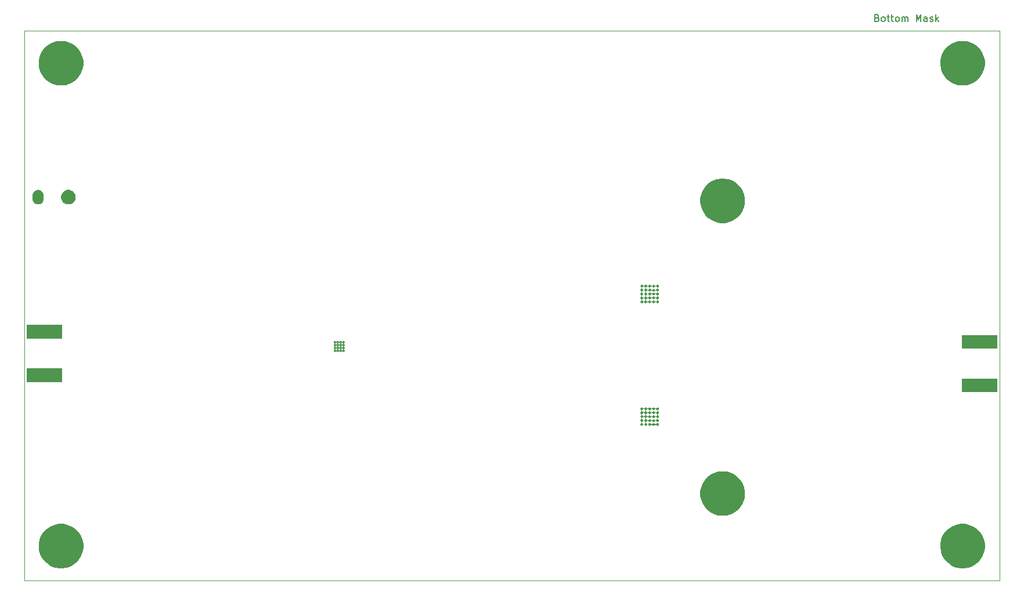
<source format=gbr>
G04 #@! TF.GenerationSoftware,KiCad,Pcbnew,(5.1.6)-1*
G04 #@! TF.CreationDate,2020-09-08T15:56:59+05:30*
G04 #@! TF.ProjectId,rj-2-4ghz-filter-amp,726a2d32-2d34-4676-987a-2d66696c7465,rev?*
G04 #@! TF.SameCoordinates,Original*
G04 #@! TF.FileFunction,Soldermask,Bot*
G04 #@! TF.FilePolarity,Negative*
%FSLAX46Y46*%
G04 Gerber Fmt 4.6, Leading zero omitted, Abs format (unit mm)*
G04 Created by KiCad (PCBNEW (5.1.6)-1) date 2020-09-08 15:56:59*
%MOMM*%
%LPD*%
G01*
G04 APERTURE LIST*
%ADD10C,0.150000*%
G04 #@! TA.AperFunction,Profile*
%ADD11C,0.050000*%
G04 #@! TD*
%ADD12C,0.100000*%
G04 APERTURE END LIST*
D10*
X215533505Y-41378831D02*
X215676362Y-41426450D01*
X215723981Y-41474069D01*
X215771600Y-41569307D01*
X215771600Y-41712164D01*
X215723981Y-41807402D01*
X215676362Y-41855021D01*
X215581124Y-41902640D01*
X215200172Y-41902640D01*
X215200172Y-40902640D01*
X215533505Y-40902640D01*
X215628743Y-40950260D01*
X215676362Y-40997879D01*
X215723981Y-41093117D01*
X215723981Y-41188355D01*
X215676362Y-41283593D01*
X215628743Y-41331212D01*
X215533505Y-41378831D01*
X215200172Y-41378831D01*
X216343029Y-41902640D02*
X216247791Y-41855021D01*
X216200172Y-41807402D01*
X216152553Y-41712164D01*
X216152553Y-41426450D01*
X216200172Y-41331212D01*
X216247791Y-41283593D01*
X216343029Y-41235974D01*
X216485886Y-41235974D01*
X216581124Y-41283593D01*
X216628743Y-41331212D01*
X216676362Y-41426450D01*
X216676362Y-41712164D01*
X216628743Y-41807402D01*
X216581124Y-41855021D01*
X216485886Y-41902640D01*
X216343029Y-41902640D01*
X216962077Y-41235974D02*
X217343029Y-41235974D01*
X217104934Y-40902640D02*
X217104934Y-41759783D01*
X217152553Y-41855021D01*
X217247791Y-41902640D01*
X217343029Y-41902640D01*
X217533505Y-41235974D02*
X217914458Y-41235974D01*
X217676362Y-40902640D02*
X217676362Y-41759783D01*
X217723981Y-41855021D01*
X217819220Y-41902640D01*
X217914458Y-41902640D01*
X218390648Y-41902640D02*
X218295410Y-41855021D01*
X218247791Y-41807402D01*
X218200172Y-41712164D01*
X218200172Y-41426450D01*
X218247791Y-41331212D01*
X218295410Y-41283593D01*
X218390648Y-41235974D01*
X218533505Y-41235974D01*
X218628743Y-41283593D01*
X218676362Y-41331212D01*
X218723981Y-41426450D01*
X218723981Y-41712164D01*
X218676362Y-41807402D01*
X218628743Y-41855021D01*
X218533505Y-41902640D01*
X218390648Y-41902640D01*
X219152553Y-41902640D02*
X219152553Y-41235974D01*
X219152553Y-41331212D02*
X219200172Y-41283593D01*
X219295410Y-41235974D01*
X219438267Y-41235974D01*
X219533505Y-41283593D01*
X219581124Y-41378831D01*
X219581124Y-41902640D01*
X219581124Y-41378831D02*
X219628743Y-41283593D01*
X219723981Y-41235974D01*
X219866839Y-41235974D01*
X219962077Y-41283593D01*
X220009696Y-41378831D01*
X220009696Y-41902640D01*
X221247791Y-41902640D02*
X221247791Y-40902640D01*
X221581124Y-41616926D01*
X221914458Y-40902640D01*
X221914458Y-41902640D01*
X222819220Y-41902640D02*
X222819220Y-41378831D01*
X222771600Y-41283593D01*
X222676362Y-41235974D01*
X222485886Y-41235974D01*
X222390648Y-41283593D01*
X222819220Y-41855021D02*
X222723981Y-41902640D01*
X222485886Y-41902640D01*
X222390648Y-41855021D01*
X222343029Y-41759783D01*
X222343029Y-41664545D01*
X222390648Y-41569307D01*
X222485886Y-41521688D01*
X222723981Y-41521688D01*
X222819220Y-41474069D01*
X223247791Y-41855021D02*
X223343029Y-41902640D01*
X223533505Y-41902640D01*
X223628743Y-41855021D01*
X223676362Y-41759783D01*
X223676362Y-41712164D01*
X223628743Y-41616926D01*
X223533505Y-41569307D01*
X223390648Y-41569307D01*
X223295410Y-41521688D01*
X223247791Y-41426450D01*
X223247791Y-41378831D01*
X223295410Y-41283593D01*
X223390648Y-41235974D01*
X223533505Y-41235974D01*
X223628743Y-41283593D01*
X224104934Y-41902640D02*
X224104934Y-40902640D01*
X224200172Y-41521688D02*
X224485886Y-41902640D01*
X224485886Y-41235974D02*
X224104934Y-41616926D01*
D11*
X233400600Y-43286680D02*
X91183460Y-43286680D01*
X91183460Y-43286680D02*
X91183460Y-123548140D01*
X233400600Y-123548140D02*
X233400600Y-43286680D01*
X91183460Y-123548140D02*
X233400600Y-123548140D01*
D12*
G36*
X228634239Y-115311467D02*
G01*
X228948282Y-115373934D01*
X229539926Y-115619001D01*
X230072392Y-115974784D01*
X230525216Y-116427608D01*
X230880999Y-116960074D01*
X231126066Y-117551718D01*
X231126066Y-117551719D01*
X231251000Y-118179803D01*
X231251000Y-118820197D01*
X231188533Y-119134239D01*
X231126066Y-119448282D01*
X230880999Y-120039926D01*
X230525216Y-120572392D01*
X230072392Y-121025216D01*
X229539926Y-121380999D01*
X228948282Y-121626066D01*
X228634239Y-121688533D01*
X228320197Y-121751000D01*
X227679803Y-121751000D01*
X227365761Y-121688533D01*
X227051718Y-121626066D01*
X226460074Y-121380999D01*
X225927608Y-121025216D01*
X225474784Y-120572392D01*
X225119001Y-120039926D01*
X224873934Y-119448282D01*
X224811467Y-119134239D01*
X224749000Y-118820197D01*
X224749000Y-118179803D01*
X224873934Y-117551719D01*
X224873934Y-117551718D01*
X225119001Y-116960074D01*
X225474784Y-116427608D01*
X225927608Y-115974784D01*
X226460074Y-115619001D01*
X227051718Y-115373934D01*
X227365761Y-115311467D01*
X227679803Y-115249000D01*
X228320197Y-115249000D01*
X228634239Y-115311467D01*
G37*
G36*
X97134239Y-115311467D02*
G01*
X97448282Y-115373934D01*
X98039926Y-115619001D01*
X98572392Y-115974784D01*
X99025216Y-116427608D01*
X99380999Y-116960074D01*
X99626066Y-117551718D01*
X99626066Y-117551719D01*
X99751000Y-118179803D01*
X99751000Y-118820197D01*
X99688533Y-119134239D01*
X99626066Y-119448282D01*
X99380999Y-120039926D01*
X99025216Y-120572392D01*
X98572392Y-121025216D01*
X98039926Y-121380999D01*
X97448282Y-121626066D01*
X97134239Y-121688533D01*
X96820197Y-121751000D01*
X96179803Y-121751000D01*
X95865761Y-121688533D01*
X95551718Y-121626066D01*
X94960074Y-121380999D01*
X94427608Y-121025216D01*
X93974784Y-120572392D01*
X93619001Y-120039926D01*
X93373934Y-119448282D01*
X93311467Y-119134239D01*
X93249000Y-118820197D01*
X93249000Y-118179803D01*
X93373934Y-117551719D01*
X93373934Y-117551718D01*
X93619001Y-116960074D01*
X93974784Y-116427608D01*
X94427608Y-115974784D01*
X94960074Y-115619001D01*
X95551718Y-115373934D01*
X95865761Y-115311467D01*
X96179803Y-115249000D01*
X96820197Y-115249000D01*
X97134239Y-115311467D01*
G37*
G36*
X193634239Y-107636747D02*
G01*
X193948282Y-107699214D01*
X194539926Y-107944281D01*
X195072392Y-108300064D01*
X195525216Y-108752888D01*
X195880999Y-109285354D01*
X196126066Y-109876998D01*
X196126066Y-109876999D01*
X196251000Y-110505083D01*
X196251000Y-111145477D01*
X196188533Y-111459519D01*
X196126066Y-111773562D01*
X195880999Y-112365206D01*
X195525216Y-112897672D01*
X195072392Y-113350496D01*
X194539926Y-113706279D01*
X193948282Y-113951346D01*
X193634239Y-114013813D01*
X193320197Y-114076280D01*
X192679803Y-114076280D01*
X192365761Y-114013813D01*
X192051718Y-113951346D01*
X191460074Y-113706279D01*
X190927608Y-113350496D01*
X190474784Y-112897672D01*
X190119001Y-112365206D01*
X189873934Y-111773562D01*
X189811467Y-111459519D01*
X189749000Y-111145477D01*
X189749000Y-110505083D01*
X189873934Y-109876999D01*
X189873934Y-109876998D01*
X190119001Y-109285354D01*
X190474784Y-108752888D01*
X190927608Y-108300064D01*
X191460074Y-107944281D01*
X192051718Y-107699214D01*
X192365761Y-107636747D01*
X192679803Y-107574280D01*
X193320197Y-107574280D01*
X193634239Y-107636747D01*
G37*
G36*
X181265486Y-98252935D02*
G01*
X181265489Y-98252936D01*
X181265488Y-98252936D01*
X181300930Y-98267616D01*
X181332821Y-98288925D01*
X181332823Y-98288927D01*
X181332826Y-98288929D01*
X181359952Y-98316055D01*
X181359954Y-98316058D01*
X181359956Y-98316060D01*
X181382086Y-98349180D01*
X181392246Y-98368188D01*
X181407791Y-98387130D01*
X181426733Y-98402675D01*
X181448344Y-98414226D01*
X181471792Y-98421340D01*
X181496179Y-98423742D01*
X181520565Y-98421340D01*
X181544014Y-98414228D01*
X181565625Y-98402677D01*
X181584567Y-98387132D01*
X181600112Y-98368190D01*
X181610273Y-98349181D01*
X181632404Y-98316060D01*
X181632406Y-98316058D01*
X181632408Y-98316055D01*
X181659534Y-98288929D01*
X181659537Y-98288927D01*
X181659539Y-98288925D01*
X181691430Y-98267616D01*
X181726872Y-98252936D01*
X181726871Y-98252936D01*
X181726874Y-98252935D01*
X181764499Y-98245451D01*
X181802861Y-98245451D01*
X181840486Y-98252935D01*
X181840489Y-98252936D01*
X181840488Y-98252936D01*
X181875930Y-98267616D01*
X181907821Y-98288925D01*
X181907823Y-98288927D01*
X181907826Y-98288929D01*
X181934952Y-98316055D01*
X181934954Y-98316058D01*
X181934956Y-98316060D01*
X181957086Y-98349180D01*
X181967246Y-98368188D01*
X181982791Y-98387130D01*
X182001733Y-98402675D01*
X182023344Y-98414226D01*
X182046792Y-98421340D01*
X182071179Y-98423742D01*
X182095565Y-98421340D01*
X182119014Y-98414228D01*
X182140625Y-98402677D01*
X182159567Y-98387132D01*
X182175112Y-98368190D01*
X182185273Y-98349181D01*
X182207404Y-98316060D01*
X182207406Y-98316058D01*
X182207408Y-98316055D01*
X182234534Y-98288929D01*
X182234537Y-98288927D01*
X182234539Y-98288925D01*
X182266430Y-98267616D01*
X182301872Y-98252936D01*
X182301871Y-98252936D01*
X182301874Y-98252935D01*
X182339499Y-98245451D01*
X182377861Y-98245451D01*
X182415486Y-98252935D01*
X182415489Y-98252936D01*
X182415488Y-98252936D01*
X182450930Y-98267616D01*
X182482821Y-98288925D01*
X182482823Y-98288927D01*
X182482826Y-98288929D01*
X182509952Y-98316055D01*
X182509954Y-98316058D01*
X182509956Y-98316060D01*
X182532086Y-98349180D01*
X182542246Y-98368188D01*
X182557791Y-98387130D01*
X182576733Y-98402675D01*
X182598344Y-98414226D01*
X182621792Y-98421340D01*
X182646179Y-98423742D01*
X182670565Y-98421340D01*
X182694014Y-98414228D01*
X182715625Y-98402677D01*
X182734567Y-98387132D01*
X182750112Y-98368190D01*
X182760273Y-98349181D01*
X182782404Y-98316060D01*
X182782406Y-98316058D01*
X182782408Y-98316055D01*
X182809534Y-98288929D01*
X182809537Y-98288927D01*
X182809539Y-98288925D01*
X182841430Y-98267616D01*
X182876872Y-98252936D01*
X182876871Y-98252936D01*
X182876874Y-98252935D01*
X182914499Y-98245451D01*
X182952861Y-98245451D01*
X182990486Y-98252935D01*
X182990489Y-98252936D01*
X182990488Y-98252936D01*
X183025930Y-98267616D01*
X183057821Y-98288925D01*
X183057823Y-98288927D01*
X183057826Y-98288929D01*
X183084952Y-98316055D01*
X183084954Y-98316058D01*
X183084956Y-98316060D01*
X183107086Y-98349180D01*
X183117246Y-98368188D01*
X183132791Y-98387130D01*
X183151733Y-98402675D01*
X183173344Y-98414226D01*
X183196792Y-98421340D01*
X183221179Y-98423742D01*
X183245565Y-98421340D01*
X183269014Y-98414228D01*
X183290625Y-98402677D01*
X183309567Y-98387132D01*
X183325112Y-98368190D01*
X183335273Y-98349181D01*
X183357404Y-98316060D01*
X183357406Y-98316058D01*
X183357408Y-98316055D01*
X183384534Y-98288929D01*
X183384537Y-98288927D01*
X183384539Y-98288925D01*
X183416430Y-98267616D01*
X183451872Y-98252936D01*
X183451871Y-98252936D01*
X183451874Y-98252935D01*
X183489499Y-98245451D01*
X183527861Y-98245451D01*
X183565486Y-98252935D01*
X183565489Y-98252936D01*
X183565488Y-98252936D01*
X183600930Y-98267616D01*
X183632821Y-98288925D01*
X183632823Y-98288927D01*
X183632826Y-98288929D01*
X183659952Y-98316055D01*
X183659954Y-98316058D01*
X183659956Y-98316060D01*
X183681265Y-98347951D01*
X183681265Y-98347952D01*
X183695946Y-98383395D01*
X183703430Y-98421020D01*
X183703430Y-98459382D01*
X183695946Y-98497007D01*
X183695945Y-98497009D01*
X183681265Y-98532451D01*
X183659956Y-98564342D01*
X183659954Y-98564344D01*
X183659952Y-98564347D01*
X183632826Y-98591473D01*
X183632823Y-98591475D01*
X183632821Y-98591477D01*
X183599701Y-98613607D01*
X183580693Y-98623767D01*
X183561751Y-98639312D01*
X183546206Y-98658254D01*
X183534655Y-98679865D01*
X183527541Y-98703313D01*
X183525139Y-98727700D01*
X183527541Y-98752086D01*
X183534653Y-98775535D01*
X183546204Y-98797146D01*
X183561749Y-98816088D01*
X183580691Y-98831633D01*
X183599700Y-98841794D01*
X183632821Y-98863925D01*
X183632823Y-98863927D01*
X183632826Y-98863929D01*
X183659952Y-98891055D01*
X183659954Y-98891058D01*
X183659956Y-98891060D01*
X183681265Y-98922951D01*
X183681265Y-98922952D01*
X183695946Y-98958395D01*
X183703430Y-98996020D01*
X183703430Y-99034382D01*
X183695946Y-99072007D01*
X183695945Y-99072009D01*
X183681265Y-99107451D01*
X183659956Y-99139342D01*
X183659954Y-99139344D01*
X183659952Y-99139347D01*
X183632826Y-99166473D01*
X183632823Y-99166475D01*
X183632821Y-99166477D01*
X183599701Y-99188607D01*
X183580693Y-99198767D01*
X183561751Y-99214312D01*
X183546206Y-99233254D01*
X183534655Y-99254865D01*
X183527541Y-99278313D01*
X183525139Y-99302700D01*
X183527541Y-99327086D01*
X183534653Y-99350535D01*
X183546204Y-99372146D01*
X183561749Y-99391088D01*
X183580691Y-99406633D01*
X183599700Y-99416794D01*
X183632821Y-99438925D01*
X183632823Y-99438927D01*
X183632826Y-99438929D01*
X183659952Y-99466055D01*
X183659954Y-99466058D01*
X183659956Y-99466060D01*
X183681265Y-99497951D01*
X183681265Y-99497952D01*
X183695946Y-99533395D01*
X183703430Y-99571020D01*
X183703430Y-99609382D01*
X183695946Y-99647007D01*
X183695945Y-99647009D01*
X183681265Y-99682451D01*
X183659956Y-99714342D01*
X183659954Y-99714344D01*
X183659952Y-99714347D01*
X183632826Y-99741473D01*
X183632823Y-99741475D01*
X183632821Y-99741477D01*
X183599701Y-99763607D01*
X183580693Y-99773767D01*
X183561751Y-99789312D01*
X183546206Y-99808254D01*
X183534655Y-99829865D01*
X183527541Y-99853313D01*
X183525139Y-99877700D01*
X183527541Y-99902086D01*
X183534653Y-99925535D01*
X183546204Y-99947146D01*
X183561749Y-99966088D01*
X183580691Y-99981633D01*
X183599700Y-99991794D01*
X183632821Y-100013925D01*
X183632823Y-100013927D01*
X183632826Y-100013929D01*
X183659952Y-100041055D01*
X183659954Y-100041058D01*
X183659956Y-100041060D01*
X183681265Y-100072951D01*
X183681265Y-100072952D01*
X183695946Y-100108395D01*
X183703430Y-100146020D01*
X183703430Y-100184382D01*
X183695946Y-100222007D01*
X183695945Y-100222009D01*
X183681265Y-100257451D01*
X183659956Y-100289342D01*
X183659954Y-100289344D01*
X183659952Y-100289347D01*
X183632826Y-100316473D01*
X183632823Y-100316475D01*
X183632821Y-100316477D01*
X183599701Y-100338607D01*
X183580693Y-100348767D01*
X183561751Y-100364312D01*
X183546206Y-100383254D01*
X183534655Y-100404865D01*
X183527541Y-100428313D01*
X183525139Y-100452700D01*
X183527541Y-100477086D01*
X183534653Y-100500535D01*
X183546204Y-100522146D01*
X183561749Y-100541088D01*
X183580691Y-100556633D01*
X183599700Y-100566794D01*
X183632821Y-100588925D01*
X183632823Y-100588927D01*
X183632826Y-100588929D01*
X183659952Y-100616055D01*
X183659954Y-100616058D01*
X183659956Y-100616060D01*
X183681265Y-100647951D01*
X183681265Y-100647952D01*
X183695946Y-100683395D01*
X183703430Y-100721020D01*
X183703430Y-100759382D01*
X183695946Y-100797007D01*
X183695945Y-100797009D01*
X183681265Y-100832451D01*
X183659956Y-100864342D01*
X183659954Y-100864344D01*
X183659952Y-100864347D01*
X183632826Y-100891473D01*
X183632823Y-100891475D01*
X183632821Y-100891477D01*
X183600930Y-100912786D01*
X183575869Y-100923166D01*
X183565486Y-100927467D01*
X183527861Y-100934951D01*
X183489499Y-100934951D01*
X183451874Y-100927467D01*
X183441491Y-100923166D01*
X183416430Y-100912786D01*
X183384539Y-100891477D01*
X183384537Y-100891475D01*
X183384534Y-100891473D01*
X183357408Y-100864347D01*
X183357406Y-100864344D01*
X183357404Y-100864342D01*
X183335274Y-100831222D01*
X183325114Y-100812214D01*
X183309569Y-100793272D01*
X183290627Y-100777727D01*
X183269016Y-100766176D01*
X183245568Y-100759062D01*
X183221181Y-100756660D01*
X183196795Y-100759062D01*
X183173346Y-100766174D01*
X183151735Y-100777725D01*
X183132793Y-100793270D01*
X183117248Y-100812212D01*
X183107087Y-100831221D01*
X183084956Y-100864342D01*
X183084954Y-100864344D01*
X183084952Y-100864347D01*
X183057826Y-100891473D01*
X183057823Y-100891475D01*
X183057821Y-100891477D01*
X183025930Y-100912786D01*
X183000869Y-100923166D01*
X182990486Y-100927467D01*
X182952861Y-100934951D01*
X182914499Y-100934951D01*
X182876874Y-100927467D01*
X182866491Y-100923166D01*
X182841430Y-100912786D01*
X182809539Y-100891477D01*
X182809537Y-100891475D01*
X182809534Y-100891473D01*
X182782408Y-100864347D01*
X182782406Y-100864344D01*
X182782404Y-100864342D01*
X182760274Y-100831222D01*
X182750114Y-100812214D01*
X182734569Y-100793272D01*
X182715627Y-100777727D01*
X182694016Y-100766176D01*
X182670568Y-100759062D01*
X182646181Y-100756660D01*
X182621795Y-100759062D01*
X182598346Y-100766174D01*
X182576735Y-100777725D01*
X182557793Y-100793270D01*
X182542248Y-100812212D01*
X182532087Y-100831221D01*
X182509956Y-100864342D01*
X182509954Y-100864344D01*
X182509952Y-100864347D01*
X182482826Y-100891473D01*
X182482823Y-100891475D01*
X182482821Y-100891477D01*
X182450930Y-100912786D01*
X182425869Y-100923166D01*
X182415486Y-100927467D01*
X182377861Y-100934951D01*
X182339499Y-100934951D01*
X182301874Y-100927467D01*
X182291491Y-100923166D01*
X182266430Y-100912786D01*
X182234539Y-100891477D01*
X182234537Y-100891475D01*
X182234534Y-100891473D01*
X182207408Y-100864347D01*
X182207406Y-100864344D01*
X182207404Y-100864342D01*
X182185274Y-100831222D01*
X182175114Y-100812214D01*
X182159569Y-100793272D01*
X182140627Y-100777727D01*
X182119016Y-100766176D01*
X182095568Y-100759062D01*
X182071181Y-100756660D01*
X182046795Y-100759062D01*
X182023346Y-100766174D01*
X182001735Y-100777725D01*
X181982793Y-100793270D01*
X181967248Y-100812212D01*
X181957087Y-100831221D01*
X181934956Y-100864342D01*
X181934954Y-100864344D01*
X181934952Y-100864347D01*
X181907826Y-100891473D01*
X181907823Y-100891475D01*
X181907821Y-100891477D01*
X181875930Y-100912786D01*
X181850869Y-100923166D01*
X181840486Y-100927467D01*
X181802861Y-100934951D01*
X181764499Y-100934951D01*
X181726874Y-100927467D01*
X181716491Y-100923166D01*
X181691430Y-100912786D01*
X181659539Y-100891477D01*
X181659537Y-100891475D01*
X181659534Y-100891473D01*
X181632408Y-100864347D01*
X181632406Y-100864344D01*
X181632404Y-100864342D01*
X181610274Y-100831222D01*
X181600114Y-100812214D01*
X181584569Y-100793272D01*
X181565627Y-100777727D01*
X181544016Y-100766176D01*
X181520568Y-100759062D01*
X181496181Y-100756660D01*
X181471795Y-100759062D01*
X181448346Y-100766174D01*
X181426735Y-100777725D01*
X181407793Y-100793270D01*
X181392248Y-100812212D01*
X181382087Y-100831221D01*
X181359956Y-100864342D01*
X181359954Y-100864344D01*
X181359952Y-100864347D01*
X181332826Y-100891473D01*
X181332823Y-100891475D01*
X181332821Y-100891477D01*
X181300930Y-100912786D01*
X181275869Y-100923166D01*
X181265486Y-100927467D01*
X181227861Y-100934951D01*
X181189499Y-100934951D01*
X181151874Y-100927467D01*
X181141491Y-100923166D01*
X181116430Y-100912786D01*
X181084539Y-100891477D01*
X181084537Y-100891475D01*
X181084534Y-100891473D01*
X181057408Y-100864347D01*
X181057406Y-100864344D01*
X181057404Y-100864342D01*
X181036095Y-100832451D01*
X181021415Y-100797009D01*
X181021414Y-100797007D01*
X181013930Y-100759382D01*
X181013930Y-100721020D01*
X181021414Y-100683395D01*
X181036095Y-100647952D01*
X181036095Y-100647951D01*
X181057404Y-100616060D01*
X181057406Y-100616058D01*
X181057408Y-100616055D01*
X181084534Y-100588929D01*
X181084537Y-100588927D01*
X181084539Y-100588925D01*
X181117659Y-100566795D01*
X181136667Y-100556635D01*
X181155609Y-100541090D01*
X181171154Y-100522148D01*
X181182705Y-100500537D01*
X181189819Y-100477089D01*
X181192221Y-100452702D01*
X181192221Y-100452700D01*
X181225139Y-100452700D01*
X181227541Y-100477086D01*
X181234653Y-100500535D01*
X181246204Y-100522146D01*
X181261749Y-100541088D01*
X181280691Y-100556633D01*
X181299700Y-100566794D01*
X181332821Y-100588925D01*
X181332823Y-100588927D01*
X181332826Y-100588929D01*
X181359952Y-100616055D01*
X181359954Y-100616058D01*
X181359956Y-100616060D01*
X181382086Y-100649180D01*
X181392246Y-100668188D01*
X181407791Y-100687130D01*
X181426733Y-100702675D01*
X181448344Y-100714226D01*
X181471792Y-100721340D01*
X181496179Y-100723742D01*
X181520565Y-100721340D01*
X181544014Y-100714228D01*
X181565625Y-100702677D01*
X181584567Y-100687132D01*
X181600112Y-100668190D01*
X181610273Y-100649181D01*
X181632404Y-100616060D01*
X181632406Y-100616058D01*
X181632408Y-100616055D01*
X181659534Y-100588929D01*
X181659537Y-100588927D01*
X181659539Y-100588925D01*
X181692659Y-100566795D01*
X181711667Y-100556635D01*
X181730609Y-100541090D01*
X181746154Y-100522148D01*
X181757705Y-100500537D01*
X181764819Y-100477089D01*
X181767221Y-100452702D01*
X181767221Y-100452700D01*
X181800139Y-100452700D01*
X181802541Y-100477086D01*
X181809653Y-100500535D01*
X181821204Y-100522146D01*
X181836749Y-100541088D01*
X181855691Y-100556633D01*
X181874700Y-100566794D01*
X181907821Y-100588925D01*
X181907823Y-100588927D01*
X181907826Y-100588929D01*
X181934952Y-100616055D01*
X181934954Y-100616058D01*
X181934956Y-100616060D01*
X181957086Y-100649180D01*
X181967246Y-100668188D01*
X181982791Y-100687130D01*
X182001733Y-100702675D01*
X182023344Y-100714226D01*
X182046792Y-100721340D01*
X182071179Y-100723742D01*
X182095565Y-100721340D01*
X182119014Y-100714228D01*
X182140625Y-100702677D01*
X182159567Y-100687132D01*
X182175112Y-100668190D01*
X182185273Y-100649181D01*
X182207404Y-100616060D01*
X182207406Y-100616058D01*
X182207408Y-100616055D01*
X182234534Y-100588929D01*
X182234537Y-100588927D01*
X182234539Y-100588925D01*
X182267659Y-100566795D01*
X182286667Y-100556635D01*
X182305609Y-100541090D01*
X182321154Y-100522148D01*
X182332705Y-100500537D01*
X182339819Y-100477089D01*
X182342221Y-100452702D01*
X182342221Y-100452700D01*
X182375139Y-100452700D01*
X182377541Y-100477086D01*
X182384653Y-100500535D01*
X182396204Y-100522146D01*
X182411749Y-100541088D01*
X182430691Y-100556633D01*
X182449700Y-100566794D01*
X182482821Y-100588925D01*
X182482823Y-100588927D01*
X182482826Y-100588929D01*
X182509952Y-100616055D01*
X182509954Y-100616058D01*
X182509956Y-100616060D01*
X182532086Y-100649180D01*
X182542246Y-100668188D01*
X182557791Y-100687130D01*
X182576733Y-100702675D01*
X182598344Y-100714226D01*
X182621792Y-100721340D01*
X182646179Y-100723742D01*
X182670565Y-100721340D01*
X182694014Y-100714228D01*
X182715625Y-100702677D01*
X182734567Y-100687132D01*
X182750112Y-100668190D01*
X182760273Y-100649181D01*
X182782404Y-100616060D01*
X182782406Y-100616058D01*
X182782408Y-100616055D01*
X182809534Y-100588929D01*
X182809537Y-100588927D01*
X182809539Y-100588925D01*
X182842659Y-100566795D01*
X182861667Y-100556635D01*
X182880609Y-100541090D01*
X182896154Y-100522148D01*
X182907705Y-100500537D01*
X182914819Y-100477089D01*
X182917221Y-100452702D01*
X182917221Y-100452700D01*
X182950139Y-100452700D01*
X182952541Y-100477086D01*
X182959653Y-100500535D01*
X182971204Y-100522146D01*
X182986749Y-100541088D01*
X183005691Y-100556633D01*
X183024700Y-100566794D01*
X183057821Y-100588925D01*
X183057823Y-100588927D01*
X183057826Y-100588929D01*
X183084952Y-100616055D01*
X183084954Y-100616058D01*
X183084956Y-100616060D01*
X183107086Y-100649180D01*
X183117246Y-100668188D01*
X183132791Y-100687130D01*
X183151733Y-100702675D01*
X183173344Y-100714226D01*
X183196792Y-100721340D01*
X183221179Y-100723742D01*
X183245565Y-100721340D01*
X183269014Y-100714228D01*
X183290625Y-100702677D01*
X183309567Y-100687132D01*
X183325112Y-100668190D01*
X183335273Y-100649181D01*
X183357404Y-100616060D01*
X183357406Y-100616058D01*
X183357408Y-100616055D01*
X183384534Y-100588929D01*
X183384537Y-100588927D01*
X183384539Y-100588925D01*
X183417659Y-100566795D01*
X183436667Y-100556635D01*
X183455609Y-100541090D01*
X183471154Y-100522148D01*
X183482705Y-100500537D01*
X183489819Y-100477089D01*
X183492221Y-100452702D01*
X183489819Y-100428316D01*
X183482707Y-100404867D01*
X183471156Y-100383256D01*
X183455611Y-100364314D01*
X183436669Y-100348769D01*
X183417660Y-100338608D01*
X183384539Y-100316477D01*
X183384537Y-100316475D01*
X183384534Y-100316473D01*
X183357408Y-100289347D01*
X183357406Y-100289344D01*
X183357404Y-100289342D01*
X183335274Y-100256222D01*
X183325114Y-100237214D01*
X183309569Y-100218272D01*
X183290627Y-100202727D01*
X183269016Y-100191176D01*
X183245568Y-100184062D01*
X183221181Y-100181660D01*
X183196795Y-100184062D01*
X183173346Y-100191174D01*
X183151735Y-100202725D01*
X183132793Y-100218270D01*
X183117248Y-100237212D01*
X183107087Y-100256221D01*
X183084956Y-100289342D01*
X183084954Y-100289344D01*
X183084952Y-100289347D01*
X183057826Y-100316473D01*
X183057823Y-100316475D01*
X183057821Y-100316477D01*
X183024701Y-100338607D01*
X183005693Y-100348767D01*
X182986751Y-100364312D01*
X182971206Y-100383254D01*
X182959655Y-100404865D01*
X182952541Y-100428313D01*
X182950139Y-100452700D01*
X182917221Y-100452700D01*
X182914819Y-100428316D01*
X182907707Y-100404867D01*
X182896156Y-100383256D01*
X182880611Y-100364314D01*
X182861669Y-100348769D01*
X182842660Y-100338608D01*
X182809539Y-100316477D01*
X182809537Y-100316475D01*
X182809534Y-100316473D01*
X182782408Y-100289347D01*
X182782406Y-100289344D01*
X182782404Y-100289342D01*
X182760274Y-100256222D01*
X182750114Y-100237214D01*
X182734569Y-100218272D01*
X182715627Y-100202727D01*
X182694016Y-100191176D01*
X182670568Y-100184062D01*
X182646181Y-100181660D01*
X182621795Y-100184062D01*
X182598346Y-100191174D01*
X182576735Y-100202725D01*
X182557793Y-100218270D01*
X182542248Y-100237212D01*
X182532087Y-100256221D01*
X182509956Y-100289342D01*
X182509954Y-100289344D01*
X182509952Y-100289347D01*
X182482826Y-100316473D01*
X182482823Y-100316475D01*
X182482821Y-100316477D01*
X182449701Y-100338607D01*
X182430693Y-100348767D01*
X182411751Y-100364312D01*
X182396206Y-100383254D01*
X182384655Y-100404865D01*
X182377541Y-100428313D01*
X182375139Y-100452700D01*
X182342221Y-100452700D01*
X182339819Y-100428316D01*
X182332707Y-100404867D01*
X182321156Y-100383256D01*
X182305611Y-100364314D01*
X182286669Y-100348769D01*
X182267660Y-100338608D01*
X182234539Y-100316477D01*
X182234537Y-100316475D01*
X182234534Y-100316473D01*
X182207408Y-100289347D01*
X182207406Y-100289344D01*
X182207404Y-100289342D01*
X182185274Y-100256222D01*
X182175114Y-100237214D01*
X182159569Y-100218272D01*
X182140627Y-100202727D01*
X182119016Y-100191176D01*
X182095568Y-100184062D01*
X182071181Y-100181660D01*
X182046795Y-100184062D01*
X182023346Y-100191174D01*
X182001735Y-100202725D01*
X181982793Y-100218270D01*
X181967248Y-100237212D01*
X181957087Y-100256221D01*
X181934956Y-100289342D01*
X181934954Y-100289344D01*
X181934952Y-100289347D01*
X181907826Y-100316473D01*
X181907823Y-100316475D01*
X181907821Y-100316477D01*
X181874701Y-100338607D01*
X181855693Y-100348767D01*
X181836751Y-100364312D01*
X181821206Y-100383254D01*
X181809655Y-100404865D01*
X181802541Y-100428313D01*
X181800139Y-100452700D01*
X181767221Y-100452700D01*
X181764819Y-100428316D01*
X181757707Y-100404867D01*
X181746156Y-100383256D01*
X181730611Y-100364314D01*
X181711669Y-100348769D01*
X181692660Y-100338608D01*
X181659539Y-100316477D01*
X181659537Y-100316475D01*
X181659534Y-100316473D01*
X181632408Y-100289347D01*
X181632406Y-100289344D01*
X181632404Y-100289342D01*
X181610274Y-100256222D01*
X181600114Y-100237214D01*
X181584569Y-100218272D01*
X181565627Y-100202727D01*
X181544016Y-100191176D01*
X181520568Y-100184062D01*
X181496181Y-100181660D01*
X181471795Y-100184062D01*
X181448346Y-100191174D01*
X181426735Y-100202725D01*
X181407793Y-100218270D01*
X181392248Y-100237212D01*
X181382087Y-100256221D01*
X181359956Y-100289342D01*
X181359954Y-100289344D01*
X181359952Y-100289347D01*
X181332826Y-100316473D01*
X181332823Y-100316475D01*
X181332821Y-100316477D01*
X181299701Y-100338607D01*
X181280693Y-100348767D01*
X181261751Y-100364312D01*
X181246206Y-100383254D01*
X181234655Y-100404865D01*
X181227541Y-100428313D01*
X181225139Y-100452700D01*
X181192221Y-100452700D01*
X181189819Y-100428316D01*
X181182707Y-100404867D01*
X181171156Y-100383256D01*
X181155611Y-100364314D01*
X181136669Y-100348769D01*
X181117660Y-100338608D01*
X181084539Y-100316477D01*
X181084537Y-100316475D01*
X181084534Y-100316473D01*
X181057408Y-100289347D01*
X181057406Y-100289344D01*
X181057404Y-100289342D01*
X181036095Y-100257451D01*
X181021415Y-100222009D01*
X181021414Y-100222007D01*
X181013930Y-100184382D01*
X181013930Y-100146020D01*
X181021414Y-100108395D01*
X181036095Y-100072952D01*
X181036095Y-100072951D01*
X181057404Y-100041060D01*
X181057406Y-100041058D01*
X181057408Y-100041055D01*
X181084534Y-100013929D01*
X181084537Y-100013927D01*
X181084539Y-100013925D01*
X181117659Y-99991795D01*
X181136667Y-99981635D01*
X181155609Y-99966090D01*
X181171154Y-99947148D01*
X181182705Y-99925537D01*
X181189819Y-99902089D01*
X181192221Y-99877702D01*
X181192221Y-99877700D01*
X181225139Y-99877700D01*
X181227541Y-99902086D01*
X181234653Y-99925535D01*
X181246204Y-99947146D01*
X181261749Y-99966088D01*
X181280691Y-99981633D01*
X181299700Y-99991794D01*
X181332821Y-100013925D01*
X181332823Y-100013927D01*
X181332826Y-100013929D01*
X181359952Y-100041055D01*
X181359954Y-100041058D01*
X181359956Y-100041060D01*
X181382086Y-100074180D01*
X181392246Y-100093188D01*
X181407791Y-100112130D01*
X181426733Y-100127675D01*
X181448344Y-100139226D01*
X181471792Y-100146340D01*
X181496179Y-100148742D01*
X181520565Y-100146340D01*
X181544014Y-100139228D01*
X181565625Y-100127677D01*
X181584567Y-100112132D01*
X181600112Y-100093190D01*
X181610273Y-100074181D01*
X181632404Y-100041060D01*
X181632406Y-100041058D01*
X181632408Y-100041055D01*
X181659534Y-100013929D01*
X181659537Y-100013927D01*
X181659539Y-100013925D01*
X181692659Y-99991795D01*
X181711667Y-99981635D01*
X181730609Y-99966090D01*
X181746154Y-99947148D01*
X181757705Y-99925537D01*
X181764819Y-99902089D01*
X181767221Y-99877702D01*
X181767221Y-99877700D01*
X181800139Y-99877700D01*
X181802541Y-99902086D01*
X181809653Y-99925535D01*
X181821204Y-99947146D01*
X181836749Y-99966088D01*
X181855691Y-99981633D01*
X181874700Y-99991794D01*
X181907821Y-100013925D01*
X181907823Y-100013927D01*
X181907826Y-100013929D01*
X181934952Y-100041055D01*
X181934954Y-100041058D01*
X181934956Y-100041060D01*
X181957086Y-100074180D01*
X181967246Y-100093188D01*
X181982791Y-100112130D01*
X182001733Y-100127675D01*
X182023344Y-100139226D01*
X182046792Y-100146340D01*
X182071179Y-100148742D01*
X182095565Y-100146340D01*
X182119014Y-100139228D01*
X182140625Y-100127677D01*
X182159567Y-100112132D01*
X182175112Y-100093190D01*
X182185273Y-100074181D01*
X182207404Y-100041060D01*
X182207406Y-100041058D01*
X182207408Y-100041055D01*
X182234534Y-100013929D01*
X182234537Y-100013927D01*
X182234539Y-100013925D01*
X182267659Y-99991795D01*
X182286667Y-99981635D01*
X182305609Y-99966090D01*
X182321154Y-99947148D01*
X182332705Y-99925537D01*
X182339819Y-99902089D01*
X182342221Y-99877702D01*
X182342221Y-99877700D01*
X182375139Y-99877700D01*
X182377541Y-99902086D01*
X182384653Y-99925535D01*
X182396204Y-99947146D01*
X182411749Y-99966088D01*
X182430691Y-99981633D01*
X182449700Y-99991794D01*
X182482821Y-100013925D01*
X182482823Y-100013927D01*
X182482826Y-100013929D01*
X182509952Y-100041055D01*
X182509954Y-100041058D01*
X182509956Y-100041060D01*
X182532086Y-100074180D01*
X182542246Y-100093188D01*
X182557791Y-100112130D01*
X182576733Y-100127675D01*
X182598344Y-100139226D01*
X182621792Y-100146340D01*
X182646179Y-100148742D01*
X182670565Y-100146340D01*
X182694014Y-100139228D01*
X182715625Y-100127677D01*
X182734567Y-100112132D01*
X182750112Y-100093190D01*
X182760273Y-100074181D01*
X182782404Y-100041060D01*
X182782406Y-100041058D01*
X182782408Y-100041055D01*
X182809534Y-100013929D01*
X182809537Y-100013927D01*
X182809539Y-100013925D01*
X182842659Y-99991795D01*
X182861667Y-99981635D01*
X182880609Y-99966090D01*
X182896154Y-99947148D01*
X182907705Y-99925537D01*
X182914819Y-99902089D01*
X182917221Y-99877702D01*
X182917221Y-99877700D01*
X182950139Y-99877700D01*
X182952541Y-99902086D01*
X182959653Y-99925535D01*
X182971204Y-99947146D01*
X182986749Y-99966088D01*
X183005691Y-99981633D01*
X183024700Y-99991794D01*
X183057821Y-100013925D01*
X183057823Y-100013927D01*
X183057826Y-100013929D01*
X183084952Y-100041055D01*
X183084954Y-100041058D01*
X183084956Y-100041060D01*
X183107086Y-100074180D01*
X183117246Y-100093188D01*
X183132791Y-100112130D01*
X183151733Y-100127675D01*
X183173344Y-100139226D01*
X183196792Y-100146340D01*
X183221179Y-100148742D01*
X183245565Y-100146340D01*
X183269014Y-100139228D01*
X183290625Y-100127677D01*
X183309567Y-100112132D01*
X183325112Y-100093190D01*
X183335273Y-100074181D01*
X183357404Y-100041060D01*
X183357406Y-100041058D01*
X183357408Y-100041055D01*
X183384534Y-100013929D01*
X183384537Y-100013927D01*
X183384539Y-100013925D01*
X183417659Y-99991795D01*
X183436667Y-99981635D01*
X183455609Y-99966090D01*
X183471154Y-99947148D01*
X183482705Y-99925537D01*
X183489819Y-99902089D01*
X183492221Y-99877702D01*
X183489819Y-99853316D01*
X183482707Y-99829867D01*
X183471156Y-99808256D01*
X183455611Y-99789314D01*
X183436669Y-99773769D01*
X183417660Y-99763608D01*
X183384539Y-99741477D01*
X183384537Y-99741475D01*
X183384534Y-99741473D01*
X183357408Y-99714347D01*
X183357406Y-99714344D01*
X183357404Y-99714342D01*
X183335274Y-99681222D01*
X183325114Y-99662214D01*
X183309569Y-99643272D01*
X183290627Y-99627727D01*
X183269016Y-99616176D01*
X183245568Y-99609062D01*
X183221181Y-99606660D01*
X183196795Y-99609062D01*
X183173346Y-99616174D01*
X183151735Y-99627725D01*
X183132793Y-99643270D01*
X183117248Y-99662212D01*
X183107087Y-99681221D01*
X183084956Y-99714342D01*
X183084954Y-99714344D01*
X183084952Y-99714347D01*
X183057826Y-99741473D01*
X183057823Y-99741475D01*
X183057821Y-99741477D01*
X183024701Y-99763607D01*
X183005693Y-99773767D01*
X182986751Y-99789312D01*
X182971206Y-99808254D01*
X182959655Y-99829865D01*
X182952541Y-99853313D01*
X182950139Y-99877700D01*
X182917221Y-99877700D01*
X182914819Y-99853316D01*
X182907707Y-99829867D01*
X182896156Y-99808256D01*
X182880611Y-99789314D01*
X182861669Y-99773769D01*
X182842660Y-99763608D01*
X182809539Y-99741477D01*
X182809537Y-99741475D01*
X182809534Y-99741473D01*
X182782408Y-99714347D01*
X182782406Y-99714344D01*
X182782404Y-99714342D01*
X182760274Y-99681222D01*
X182750114Y-99662214D01*
X182734569Y-99643272D01*
X182715627Y-99627727D01*
X182694016Y-99616176D01*
X182670568Y-99609062D01*
X182646181Y-99606660D01*
X182621795Y-99609062D01*
X182598346Y-99616174D01*
X182576735Y-99627725D01*
X182557793Y-99643270D01*
X182542248Y-99662212D01*
X182532087Y-99681221D01*
X182509956Y-99714342D01*
X182509954Y-99714344D01*
X182509952Y-99714347D01*
X182482826Y-99741473D01*
X182482823Y-99741475D01*
X182482821Y-99741477D01*
X182449701Y-99763607D01*
X182430693Y-99773767D01*
X182411751Y-99789312D01*
X182396206Y-99808254D01*
X182384655Y-99829865D01*
X182377541Y-99853313D01*
X182375139Y-99877700D01*
X182342221Y-99877700D01*
X182339819Y-99853316D01*
X182332707Y-99829867D01*
X182321156Y-99808256D01*
X182305611Y-99789314D01*
X182286669Y-99773769D01*
X182267660Y-99763608D01*
X182234539Y-99741477D01*
X182234537Y-99741475D01*
X182234534Y-99741473D01*
X182207408Y-99714347D01*
X182207406Y-99714344D01*
X182207404Y-99714342D01*
X182185274Y-99681222D01*
X182175114Y-99662214D01*
X182159569Y-99643272D01*
X182140627Y-99627727D01*
X182119016Y-99616176D01*
X182095568Y-99609062D01*
X182071181Y-99606660D01*
X182046795Y-99609062D01*
X182023346Y-99616174D01*
X182001735Y-99627725D01*
X181982793Y-99643270D01*
X181967248Y-99662212D01*
X181957087Y-99681221D01*
X181934956Y-99714342D01*
X181934954Y-99714344D01*
X181934952Y-99714347D01*
X181907826Y-99741473D01*
X181907823Y-99741475D01*
X181907821Y-99741477D01*
X181874701Y-99763607D01*
X181855693Y-99773767D01*
X181836751Y-99789312D01*
X181821206Y-99808254D01*
X181809655Y-99829865D01*
X181802541Y-99853313D01*
X181800139Y-99877700D01*
X181767221Y-99877700D01*
X181764819Y-99853316D01*
X181757707Y-99829867D01*
X181746156Y-99808256D01*
X181730611Y-99789314D01*
X181711669Y-99773769D01*
X181692660Y-99763608D01*
X181659539Y-99741477D01*
X181659537Y-99741475D01*
X181659534Y-99741473D01*
X181632408Y-99714347D01*
X181632406Y-99714344D01*
X181632404Y-99714342D01*
X181610274Y-99681222D01*
X181600114Y-99662214D01*
X181584569Y-99643272D01*
X181565627Y-99627727D01*
X181544016Y-99616176D01*
X181520568Y-99609062D01*
X181496181Y-99606660D01*
X181471795Y-99609062D01*
X181448346Y-99616174D01*
X181426735Y-99627725D01*
X181407793Y-99643270D01*
X181392248Y-99662212D01*
X181382087Y-99681221D01*
X181359956Y-99714342D01*
X181359954Y-99714344D01*
X181359952Y-99714347D01*
X181332826Y-99741473D01*
X181332823Y-99741475D01*
X181332821Y-99741477D01*
X181299701Y-99763607D01*
X181280693Y-99773767D01*
X181261751Y-99789312D01*
X181246206Y-99808254D01*
X181234655Y-99829865D01*
X181227541Y-99853313D01*
X181225139Y-99877700D01*
X181192221Y-99877700D01*
X181189819Y-99853316D01*
X181182707Y-99829867D01*
X181171156Y-99808256D01*
X181155611Y-99789314D01*
X181136669Y-99773769D01*
X181117660Y-99763608D01*
X181084539Y-99741477D01*
X181084537Y-99741475D01*
X181084534Y-99741473D01*
X181057408Y-99714347D01*
X181057406Y-99714344D01*
X181057404Y-99714342D01*
X181036095Y-99682451D01*
X181021415Y-99647009D01*
X181021414Y-99647007D01*
X181013930Y-99609382D01*
X181013930Y-99571020D01*
X181021414Y-99533395D01*
X181036095Y-99497952D01*
X181036095Y-99497951D01*
X181057404Y-99466060D01*
X181057406Y-99466058D01*
X181057408Y-99466055D01*
X181084534Y-99438929D01*
X181084537Y-99438927D01*
X181084539Y-99438925D01*
X181117659Y-99416795D01*
X181136667Y-99406635D01*
X181155609Y-99391090D01*
X181171154Y-99372148D01*
X181182705Y-99350537D01*
X181189819Y-99327089D01*
X181192221Y-99302702D01*
X181192221Y-99302700D01*
X181225139Y-99302700D01*
X181227541Y-99327086D01*
X181234653Y-99350535D01*
X181246204Y-99372146D01*
X181261749Y-99391088D01*
X181280691Y-99406633D01*
X181299700Y-99416794D01*
X181332821Y-99438925D01*
X181332823Y-99438927D01*
X181332826Y-99438929D01*
X181359952Y-99466055D01*
X181359954Y-99466058D01*
X181359956Y-99466060D01*
X181382086Y-99499180D01*
X181392246Y-99518188D01*
X181407791Y-99537130D01*
X181426733Y-99552675D01*
X181448344Y-99564226D01*
X181471792Y-99571340D01*
X181496179Y-99573742D01*
X181520565Y-99571340D01*
X181544014Y-99564228D01*
X181565625Y-99552677D01*
X181584567Y-99537132D01*
X181600112Y-99518190D01*
X181610273Y-99499181D01*
X181632404Y-99466060D01*
X181632406Y-99466058D01*
X181632408Y-99466055D01*
X181659534Y-99438929D01*
X181659537Y-99438927D01*
X181659539Y-99438925D01*
X181692659Y-99416795D01*
X181711667Y-99406635D01*
X181730609Y-99391090D01*
X181746154Y-99372148D01*
X181757705Y-99350537D01*
X181764819Y-99327089D01*
X181767221Y-99302702D01*
X181767221Y-99302700D01*
X181800139Y-99302700D01*
X181802541Y-99327086D01*
X181809653Y-99350535D01*
X181821204Y-99372146D01*
X181836749Y-99391088D01*
X181855691Y-99406633D01*
X181874700Y-99416794D01*
X181907821Y-99438925D01*
X181907823Y-99438927D01*
X181907826Y-99438929D01*
X181934952Y-99466055D01*
X181934954Y-99466058D01*
X181934956Y-99466060D01*
X181957086Y-99499180D01*
X181967246Y-99518188D01*
X181982791Y-99537130D01*
X182001733Y-99552675D01*
X182023344Y-99564226D01*
X182046792Y-99571340D01*
X182071179Y-99573742D01*
X182095565Y-99571340D01*
X182119014Y-99564228D01*
X182140625Y-99552677D01*
X182159567Y-99537132D01*
X182175112Y-99518190D01*
X182185273Y-99499181D01*
X182207404Y-99466060D01*
X182207406Y-99466058D01*
X182207408Y-99466055D01*
X182234534Y-99438929D01*
X182234537Y-99438927D01*
X182234539Y-99438925D01*
X182267659Y-99416795D01*
X182286667Y-99406635D01*
X182305609Y-99391090D01*
X182321154Y-99372148D01*
X182332705Y-99350537D01*
X182339819Y-99327089D01*
X182342221Y-99302702D01*
X182342221Y-99302700D01*
X182375139Y-99302700D01*
X182377541Y-99327086D01*
X182384653Y-99350535D01*
X182396204Y-99372146D01*
X182411749Y-99391088D01*
X182430691Y-99406633D01*
X182449700Y-99416794D01*
X182482821Y-99438925D01*
X182482823Y-99438927D01*
X182482826Y-99438929D01*
X182509952Y-99466055D01*
X182509954Y-99466058D01*
X182509956Y-99466060D01*
X182532086Y-99499180D01*
X182542246Y-99518188D01*
X182557791Y-99537130D01*
X182576733Y-99552675D01*
X182598344Y-99564226D01*
X182621792Y-99571340D01*
X182646179Y-99573742D01*
X182670565Y-99571340D01*
X182694014Y-99564228D01*
X182715625Y-99552677D01*
X182734567Y-99537132D01*
X182750112Y-99518190D01*
X182760273Y-99499181D01*
X182782404Y-99466060D01*
X182782406Y-99466058D01*
X182782408Y-99466055D01*
X182809534Y-99438929D01*
X182809537Y-99438927D01*
X182809539Y-99438925D01*
X182842659Y-99416795D01*
X182861667Y-99406635D01*
X182880609Y-99391090D01*
X182896154Y-99372148D01*
X182907705Y-99350537D01*
X182914819Y-99327089D01*
X182917221Y-99302702D01*
X182917221Y-99302700D01*
X182950139Y-99302700D01*
X182952541Y-99327086D01*
X182959653Y-99350535D01*
X182971204Y-99372146D01*
X182986749Y-99391088D01*
X183005691Y-99406633D01*
X183024700Y-99416794D01*
X183057821Y-99438925D01*
X183057823Y-99438927D01*
X183057826Y-99438929D01*
X183084952Y-99466055D01*
X183084954Y-99466058D01*
X183084956Y-99466060D01*
X183107086Y-99499180D01*
X183117246Y-99518188D01*
X183132791Y-99537130D01*
X183151733Y-99552675D01*
X183173344Y-99564226D01*
X183196792Y-99571340D01*
X183221179Y-99573742D01*
X183245565Y-99571340D01*
X183269014Y-99564228D01*
X183290625Y-99552677D01*
X183309567Y-99537132D01*
X183325112Y-99518190D01*
X183335273Y-99499181D01*
X183357404Y-99466060D01*
X183357406Y-99466058D01*
X183357408Y-99466055D01*
X183384534Y-99438929D01*
X183384537Y-99438927D01*
X183384539Y-99438925D01*
X183417659Y-99416795D01*
X183436667Y-99406635D01*
X183455609Y-99391090D01*
X183471154Y-99372148D01*
X183482705Y-99350537D01*
X183489819Y-99327089D01*
X183492221Y-99302702D01*
X183489819Y-99278316D01*
X183482707Y-99254867D01*
X183471156Y-99233256D01*
X183455611Y-99214314D01*
X183436669Y-99198769D01*
X183417660Y-99188608D01*
X183384539Y-99166477D01*
X183384537Y-99166475D01*
X183384534Y-99166473D01*
X183357408Y-99139347D01*
X183357406Y-99139344D01*
X183357404Y-99139342D01*
X183335274Y-99106222D01*
X183325114Y-99087214D01*
X183309569Y-99068272D01*
X183290627Y-99052727D01*
X183269016Y-99041176D01*
X183245568Y-99034062D01*
X183221181Y-99031660D01*
X183196795Y-99034062D01*
X183173346Y-99041174D01*
X183151735Y-99052725D01*
X183132793Y-99068270D01*
X183117248Y-99087212D01*
X183107087Y-99106221D01*
X183084956Y-99139342D01*
X183084954Y-99139344D01*
X183084952Y-99139347D01*
X183057826Y-99166473D01*
X183057823Y-99166475D01*
X183057821Y-99166477D01*
X183024701Y-99188607D01*
X183005693Y-99198767D01*
X182986751Y-99214312D01*
X182971206Y-99233254D01*
X182959655Y-99254865D01*
X182952541Y-99278313D01*
X182950139Y-99302700D01*
X182917221Y-99302700D01*
X182914819Y-99278316D01*
X182907707Y-99254867D01*
X182896156Y-99233256D01*
X182880611Y-99214314D01*
X182861669Y-99198769D01*
X182842660Y-99188608D01*
X182809539Y-99166477D01*
X182809537Y-99166475D01*
X182809534Y-99166473D01*
X182782408Y-99139347D01*
X182782406Y-99139344D01*
X182782404Y-99139342D01*
X182760274Y-99106222D01*
X182750114Y-99087214D01*
X182734569Y-99068272D01*
X182715627Y-99052727D01*
X182694016Y-99041176D01*
X182670568Y-99034062D01*
X182646181Y-99031660D01*
X182621795Y-99034062D01*
X182598346Y-99041174D01*
X182576735Y-99052725D01*
X182557793Y-99068270D01*
X182542248Y-99087212D01*
X182532087Y-99106221D01*
X182509956Y-99139342D01*
X182509954Y-99139344D01*
X182509952Y-99139347D01*
X182482826Y-99166473D01*
X182482823Y-99166475D01*
X182482821Y-99166477D01*
X182449701Y-99188607D01*
X182430693Y-99198767D01*
X182411751Y-99214312D01*
X182396206Y-99233254D01*
X182384655Y-99254865D01*
X182377541Y-99278313D01*
X182375139Y-99302700D01*
X182342221Y-99302700D01*
X182339819Y-99278316D01*
X182332707Y-99254867D01*
X182321156Y-99233256D01*
X182305611Y-99214314D01*
X182286669Y-99198769D01*
X182267660Y-99188608D01*
X182234539Y-99166477D01*
X182234537Y-99166475D01*
X182234534Y-99166473D01*
X182207408Y-99139347D01*
X182207406Y-99139344D01*
X182207404Y-99139342D01*
X182185274Y-99106222D01*
X182175114Y-99087214D01*
X182159569Y-99068272D01*
X182140627Y-99052727D01*
X182119016Y-99041176D01*
X182095568Y-99034062D01*
X182071181Y-99031660D01*
X182046795Y-99034062D01*
X182023346Y-99041174D01*
X182001735Y-99052725D01*
X181982793Y-99068270D01*
X181967248Y-99087212D01*
X181957087Y-99106221D01*
X181934956Y-99139342D01*
X181934954Y-99139344D01*
X181934952Y-99139347D01*
X181907826Y-99166473D01*
X181907823Y-99166475D01*
X181907821Y-99166477D01*
X181874701Y-99188607D01*
X181855693Y-99198767D01*
X181836751Y-99214312D01*
X181821206Y-99233254D01*
X181809655Y-99254865D01*
X181802541Y-99278313D01*
X181800139Y-99302700D01*
X181767221Y-99302700D01*
X181764819Y-99278316D01*
X181757707Y-99254867D01*
X181746156Y-99233256D01*
X181730611Y-99214314D01*
X181711669Y-99198769D01*
X181692660Y-99188608D01*
X181659539Y-99166477D01*
X181659537Y-99166475D01*
X181659534Y-99166473D01*
X181632408Y-99139347D01*
X181632406Y-99139344D01*
X181632404Y-99139342D01*
X181610274Y-99106222D01*
X181600114Y-99087214D01*
X181584569Y-99068272D01*
X181565627Y-99052727D01*
X181544016Y-99041176D01*
X181520568Y-99034062D01*
X181496181Y-99031660D01*
X181471795Y-99034062D01*
X181448346Y-99041174D01*
X181426735Y-99052725D01*
X181407793Y-99068270D01*
X181392248Y-99087212D01*
X181382087Y-99106221D01*
X181359956Y-99139342D01*
X181359954Y-99139344D01*
X181359952Y-99139347D01*
X181332826Y-99166473D01*
X181332823Y-99166475D01*
X181332821Y-99166477D01*
X181299701Y-99188607D01*
X181280693Y-99198767D01*
X181261751Y-99214312D01*
X181246206Y-99233254D01*
X181234655Y-99254865D01*
X181227541Y-99278313D01*
X181225139Y-99302700D01*
X181192221Y-99302700D01*
X181189819Y-99278316D01*
X181182707Y-99254867D01*
X181171156Y-99233256D01*
X181155611Y-99214314D01*
X181136669Y-99198769D01*
X181117660Y-99188608D01*
X181084539Y-99166477D01*
X181084537Y-99166475D01*
X181084534Y-99166473D01*
X181057408Y-99139347D01*
X181057406Y-99139344D01*
X181057404Y-99139342D01*
X181036095Y-99107451D01*
X181021415Y-99072009D01*
X181021414Y-99072007D01*
X181013930Y-99034382D01*
X181013930Y-98996020D01*
X181021414Y-98958395D01*
X181036095Y-98922952D01*
X181036095Y-98922951D01*
X181057404Y-98891060D01*
X181057406Y-98891058D01*
X181057408Y-98891055D01*
X181084534Y-98863929D01*
X181084537Y-98863927D01*
X181084539Y-98863925D01*
X181117659Y-98841795D01*
X181136667Y-98831635D01*
X181155609Y-98816090D01*
X181171154Y-98797148D01*
X181182705Y-98775537D01*
X181189819Y-98752089D01*
X181192221Y-98727702D01*
X181192221Y-98727700D01*
X181225139Y-98727700D01*
X181227541Y-98752086D01*
X181234653Y-98775535D01*
X181246204Y-98797146D01*
X181261749Y-98816088D01*
X181280691Y-98831633D01*
X181299700Y-98841794D01*
X181332821Y-98863925D01*
X181332823Y-98863927D01*
X181332826Y-98863929D01*
X181359952Y-98891055D01*
X181359954Y-98891058D01*
X181359956Y-98891060D01*
X181382086Y-98924180D01*
X181392246Y-98943188D01*
X181407791Y-98962130D01*
X181426733Y-98977675D01*
X181448344Y-98989226D01*
X181471792Y-98996340D01*
X181496179Y-98998742D01*
X181520565Y-98996340D01*
X181544014Y-98989228D01*
X181565625Y-98977677D01*
X181584567Y-98962132D01*
X181600112Y-98943190D01*
X181610273Y-98924181D01*
X181632404Y-98891060D01*
X181632406Y-98891058D01*
X181632408Y-98891055D01*
X181659534Y-98863929D01*
X181659537Y-98863927D01*
X181659539Y-98863925D01*
X181692659Y-98841795D01*
X181711667Y-98831635D01*
X181730609Y-98816090D01*
X181746154Y-98797148D01*
X181757705Y-98775537D01*
X181764819Y-98752089D01*
X181767221Y-98727702D01*
X181767221Y-98727700D01*
X181800139Y-98727700D01*
X181802541Y-98752086D01*
X181809653Y-98775535D01*
X181821204Y-98797146D01*
X181836749Y-98816088D01*
X181855691Y-98831633D01*
X181874700Y-98841794D01*
X181907821Y-98863925D01*
X181907823Y-98863927D01*
X181907826Y-98863929D01*
X181934952Y-98891055D01*
X181934954Y-98891058D01*
X181934956Y-98891060D01*
X181957086Y-98924180D01*
X181967246Y-98943188D01*
X181982791Y-98962130D01*
X182001733Y-98977675D01*
X182023344Y-98989226D01*
X182046792Y-98996340D01*
X182071179Y-98998742D01*
X182095565Y-98996340D01*
X182119014Y-98989228D01*
X182140625Y-98977677D01*
X182159567Y-98962132D01*
X182175112Y-98943190D01*
X182185273Y-98924181D01*
X182207404Y-98891060D01*
X182207406Y-98891058D01*
X182207408Y-98891055D01*
X182234534Y-98863929D01*
X182234537Y-98863927D01*
X182234539Y-98863925D01*
X182267659Y-98841795D01*
X182286667Y-98831635D01*
X182305609Y-98816090D01*
X182321154Y-98797148D01*
X182332705Y-98775537D01*
X182339819Y-98752089D01*
X182342221Y-98727702D01*
X182342221Y-98727700D01*
X182375139Y-98727700D01*
X182377541Y-98752086D01*
X182384653Y-98775535D01*
X182396204Y-98797146D01*
X182411749Y-98816088D01*
X182430691Y-98831633D01*
X182449700Y-98841794D01*
X182482821Y-98863925D01*
X182482823Y-98863927D01*
X182482826Y-98863929D01*
X182509952Y-98891055D01*
X182509954Y-98891058D01*
X182509956Y-98891060D01*
X182532086Y-98924180D01*
X182542246Y-98943188D01*
X182557791Y-98962130D01*
X182576733Y-98977675D01*
X182598344Y-98989226D01*
X182621792Y-98996340D01*
X182646179Y-98998742D01*
X182670565Y-98996340D01*
X182694014Y-98989228D01*
X182715625Y-98977677D01*
X182734567Y-98962132D01*
X182750112Y-98943190D01*
X182760273Y-98924181D01*
X182782404Y-98891060D01*
X182782406Y-98891058D01*
X182782408Y-98891055D01*
X182809534Y-98863929D01*
X182809537Y-98863927D01*
X182809539Y-98863925D01*
X182842659Y-98841795D01*
X182861667Y-98831635D01*
X182880609Y-98816090D01*
X182896154Y-98797148D01*
X182907705Y-98775537D01*
X182914819Y-98752089D01*
X182917221Y-98727702D01*
X182917221Y-98727700D01*
X182950139Y-98727700D01*
X182952541Y-98752086D01*
X182959653Y-98775535D01*
X182971204Y-98797146D01*
X182986749Y-98816088D01*
X183005691Y-98831633D01*
X183024700Y-98841794D01*
X183057821Y-98863925D01*
X183057823Y-98863927D01*
X183057826Y-98863929D01*
X183084952Y-98891055D01*
X183084954Y-98891058D01*
X183084956Y-98891060D01*
X183107086Y-98924180D01*
X183117246Y-98943188D01*
X183132791Y-98962130D01*
X183151733Y-98977675D01*
X183173344Y-98989226D01*
X183196792Y-98996340D01*
X183221179Y-98998742D01*
X183245565Y-98996340D01*
X183269014Y-98989228D01*
X183290625Y-98977677D01*
X183309567Y-98962132D01*
X183325112Y-98943190D01*
X183335273Y-98924181D01*
X183357404Y-98891060D01*
X183357406Y-98891058D01*
X183357408Y-98891055D01*
X183384534Y-98863929D01*
X183384537Y-98863927D01*
X183384539Y-98863925D01*
X183417659Y-98841795D01*
X183436667Y-98831635D01*
X183455609Y-98816090D01*
X183471154Y-98797148D01*
X183482705Y-98775537D01*
X183489819Y-98752089D01*
X183492221Y-98727702D01*
X183489819Y-98703316D01*
X183482707Y-98679867D01*
X183471156Y-98658256D01*
X183455611Y-98639314D01*
X183436669Y-98623769D01*
X183417660Y-98613608D01*
X183384539Y-98591477D01*
X183384537Y-98591475D01*
X183384534Y-98591473D01*
X183357408Y-98564347D01*
X183357406Y-98564344D01*
X183357404Y-98564342D01*
X183335274Y-98531222D01*
X183325114Y-98512214D01*
X183309569Y-98493272D01*
X183290627Y-98477727D01*
X183269016Y-98466176D01*
X183245568Y-98459062D01*
X183221181Y-98456660D01*
X183196795Y-98459062D01*
X183173346Y-98466174D01*
X183151735Y-98477725D01*
X183132793Y-98493270D01*
X183117248Y-98512212D01*
X183107087Y-98531221D01*
X183084956Y-98564342D01*
X183084954Y-98564344D01*
X183084952Y-98564347D01*
X183057826Y-98591473D01*
X183057823Y-98591475D01*
X183057821Y-98591477D01*
X183024701Y-98613607D01*
X183005693Y-98623767D01*
X182986751Y-98639312D01*
X182971206Y-98658254D01*
X182959655Y-98679865D01*
X182952541Y-98703313D01*
X182950139Y-98727700D01*
X182917221Y-98727700D01*
X182914819Y-98703316D01*
X182907707Y-98679867D01*
X182896156Y-98658256D01*
X182880611Y-98639314D01*
X182861669Y-98623769D01*
X182842660Y-98613608D01*
X182809539Y-98591477D01*
X182809537Y-98591475D01*
X182809534Y-98591473D01*
X182782408Y-98564347D01*
X182782406Y-98564344D01*
X182782404Y-98564342D01*
X182760274Y-98531222D01*
X182750114Y-98512214D01*
X182734569Y-98493272D01*
X182715627Y-98477727D01*
X182694016Y-98466176D01*
X182670568Y-98459062D01*
X182646181Y-98456660D01*
X182621795Y-98459062D01*
X182598346Y-98466174D01*
X182576735Y-98477725D01*
X182557793Y-98493270D01*
X182542248Y-98512212D01*
X182532087Y-98531221D01*
X182509956Y-98564342D01*
X182509954Y-98564344D01*
X182509952Y-98564347D01*
X182482826Y-98591473D01*
X182482823Y-98591475D01*
X182482821Y-98591477D01*
X182449701Y-98613607D01*
X182430693Y-98623767D01*
X182411751Y-98639312D01*
X182396206Y-98658254D01*
X182384655Y-98679865D01*
X182377541Y-98703313D01*
X182375139Y-98727700D01*
X182342221Y-98727700D01*
X182339819Y-98703316D01*
X182332707Y-98679867D01*
X182321156Y-98658256D01*
X182305611Y-98639314D01*
X182286669Y-98623769D01*
X182267660Y-98613608D01*
X182234539Y-98591477D01*
X182234537Y-98591475D01*
X182234534Y-98591473D01*
X182207408Y-98564347D01*
X182207406Y-98564344D01*
X182207404Y-98564342D01*
X182185274Y-98531222D01*
X182175114Y-98512214D01*
X182159569Y-98493272D01*
X182140627Y-98477727D01*
X182119016Y-98466176D01*
X182095568Y-98459062D01*
X182071181Y-98456660D01*
X182046795Y-98459062D01*
X182023346Y-98466174D01*
X182001735Y-98477725D01*
X181982793Y-98493270D01*
X181967248Y-98512212D01*
X181957087Y-98531221D01*
X181934956Y-98564342D01*
X181934954Y-98564344D01*
X181934952Y-98564347D01*
X181907826Y-98591473D01*
X181907823Y-98591475D01*
X181907821Y-98591477D01*
X181874701Y-98613607D01*
X181855693Y-98623767D01*
X181836751Y-98639312D01*
X181821206Y-98658254D01*
X181809655Y-98679865D01*
X181802541Y-98703313D01*
X181800139Y-98727700D01*
X181767221Y-98727700D01*
X181764819Y-98703316D01*
X181757707Y-98679867D01*
X181746156Y-98658256D01*
X181730611Y-98639314D01*
X181711669Y-98623769D01*
X181692660Y-98613608D01*
X181659539Y-98591477D01*
X181659537Y-98591475D01*
X181659534Y-98591473D01*
X181632408Y-98564347D01*
X181632406Y-98564344D01*
X181632404Y-98564342D01*
X181610274Y-98531222D01*
X181600114Y-98512214D01*
X181584569Y-98493272D01*
X181565627Y-98477727D01*
X181544016Y-98466176D01*
X181520568Y-98459062D01*
X181496181Y-98456660D01*
X181471795Y-98459062D01*
X181448346Y-98466174D01*
X181426735Y-98477725D01*
X181407793Y-98493270D01*
X181392248Y-98512212D01*
X181382087Y-98531221D01*
X181359956Y-98564342D01*
X181359954Y-98564344D01*
X181359952Y-98564347D01*
X181332826Y-98591473D01*
X181332823Y-98591475D01*
X181332821Y-98591477D01*
X181299701Y-98613607D01*
X181280693Y-98623767D01*
X181261751Y-98639312D01*
X181246206Y-98658254D01*
X181234655Y-98679865D01*
X181227541Y-98703313D01*
X181225139Y-98727700D01*
X181192221Y-98727700D01*
X181189819Y-98703316D01*
X181182707Y-98679867D01*
X181171156Y-98658256D01*
X181155611Y-98639314D01*
X181136669Y-98623769D01*
X181117660Y-98613608D01*
X181084539Y-98591477D01*
X181084537Y-98591475D01*
X181084534Y-98591473D01*
X181057408Y-98564347D01*
X181057406Y-98564344D01*
X181057404Y-98564342D01*
X181036095Y-98532451D01*
X181021415Y-98497009D01*
X181021414Y-98497007D01*
X181013930Y-98459382D01*
X181013930Y-98421020D01*
X181021414Y-98383395D01*
X181036095Y-98347952D01*
X181036095Y-98347951D01*
X181057404Y-98316060D01*
X181057406Y-98316058D01*
X181057408Y-98316055D01*
X181084534Y-98288929D01*
X181084537Y-98288927D01*
X181084539Y-98288925D01*
X181116430Y-98267616D01*
X181151872Y-98252936D01*
X181151871Y-98252936D01*
X181151874Y-98252935D01*
X181189499Y-98245451D01*
X181227861Y-98245451D01*
X181265486Y-98252935D01*
G37*
G36*
X233076120Y-96005171D02*
G01*
X227872920Y-96005171D01*
X227872920Y-94023971D01*
X233076120Y-94023971D01*
X233076120Y-96005171D01*
G37*
G36*
X96675580Y-94528640D02*
G01*
X91472380Y-94528640D01*
X91472380Y-92547440D01*
X96675580Y-92547440D01*
X96675580Y-94528640D01*
G37*
G36*
X136503185Y-88559191D02*
G01*
X136531809Y-88571048D01*
X136557556Y-88588252D01*
X136557558Y-88588254D01*
X136557561Y-88588256D01*
X136579464Y-88610159D01*
X136579466Y-88610162D01*
X136581432Y-88612128D01*
X136600374Y-88627673D01*
X136621985Y-88639224D01*
X136645434Y-88646337D01*
X136669820Y-88648739D01*
X136694206Y-88646337D01*
X136717655Y-88639224D01*
X136739266Y-88627673D01*
X136758208Y-88612128D01*
X136760174Y-88610162D01*
X136760176Y-88610159D01*
X136782079Y-88588256D01*
X136782082Y-88588254D01*
X136782084Y-88588252D01*
X136807831Y-88571048D01*
X136836455Y-88559191D01*
X136866830Y-88553150D01*
X136897810Y-88553150D01*
X136928185Y-88559191D01*
X136956809Y-88571048D01*
X136982556Y-88588252D01*
X136982558Y-88588254D01*
X136982561Y-88588256D01*
X137004464Y-88610159D01*
X137004466Y-88610162D01*
X137006432Y-88612128D01*
X137025374Y-88627673D01*
X137046985Y-88639224D01*
X137070434Y-88646337D01*
X137094820Y-88648739D01*
X137119206Y-88646337D01*
X137142655Y-88639224D01*
X137164266Y-88627673D01*
X137183208Y-88612128D01*
X137185174Y-88610162D01*
X137185176Y-88610159D01*
X137207079Y-88588256D01*
X137207082Y-88588254D01*
X137207084Y-88588252D01*
X137232831Y-88571048D01*
X137261455Y-88559191D01*
X137291830Y-88553150D01*
X137322810Y-88553150D01*
X137353185Y-88559191D01*
X137381809Y-88571048D01*
X137407556Y-88588252D01*
X137407558Y-88588254D01*
X137407561Y-88588256D01*
X137429464Y-88610159D01*
X137429466Y-88610162D01*
X137431432Y-88612128D01*
X137450374Y-88627673D01*
X137471985Y-88639224D01*
X137495434Y-88646337D01*
X137519820Y-88648739D01*
X137544206Y-88646337D01*
X137567655Y-88639224D01*
X137589266Y-88627673D01*
X137608208Y-88612128D01*
X137610174Y-88610162D01*
X137610176Y-88610159D01*
X137632079Y-88588256D01*
X137632082Y-88588254D01*
X137632084Y-88588252D01*
X137657831Y-88571048D01*
X137686455Y-88559191D01*
X137716830Y-88553150D01*
X137747810Y-88553150D01*
X137778185Y-88559191D01*
X137806809Y-88571048D01*
X137832556Y-88588252D01*
X137832558Y-88588254D01*
X137832561Y-88588256D01*
X137854464Y-88610159D01*
X137854466Y-88610162D01*
X137854468Y-88610164D01*
X137871672Y-88635911D01*
X137883529Y-88664535D01*
X137889570Y-88694910D01*
X137889570Y-88725890D01*
X137883529Y-88756265D01*
X137871672Y-88784889D01*
X137854468Y-88810636D01*
X137854466Y-88810638D01*
X137854464Y-88810641D01*
X137832561Y-88832544D01*
X137832558Y-88832546D01*
X137830592Y-88834512D01*
X137815047Y-88853454D01*
X137803496Y-88875065D01*
X137796383Y-88898514D01*
X137793981Y-88922900D01*
X137796383Y-88947286D01*
X137803496Y-88970735D01*
X137815047Y-88992346D01*
X137830592Y-89011288D01*
X137832558Y-89013254D01*
X137832561Y-89013256D01*
X137854464Y-89035159D01*
X137854466Y-89035162D01*
X137854468Y-89035164D01*
X137871672Y-89060911D01*
X137883529Y-89089535D01*
X137889570Y-89119910D01*
X137889570Y-89150890D01*
X137883529Y-89181265D01*
X137871672Y-89209889D01*
X137854468Y-89235636D01*
X137854466Y-89235638D01*
X137854464Y-89235641D01*
X137832561Y-89257544D01*
X137832558Y-89257546D01*
X137830592Y-89259512D01*
X137815047Y-89278454D01*
X137803496Y-89300065D01*
X137796383Y-89323514D01*
X137793981Y-89347900D01*
X137796383Y-89372286D01*
X137803496Y-89395735D01*
X137815047Y-89417346D01*
X137830592Y-89436288D01*
X137832558Y-89438254D01*
X137832561Y-89438256D01*
X137854464Y-89460159D01*
X137854466Y-89460162D01*
X137854468Y-89460164D01*
X137871672Y-89485911D01*
X137883529Y-89514535D01*
X137889570Y-89544910D01*
X137889570Y-89575890D01*
X137883529Y-89606265D01*
X137871672Y-89634889D01*
X137854468Y-89660636D01*
X137854466Y-89660638D01*
X137854464Y-89660641D01*
X137832561Y-89682544D01*
X137832558Y-89682546D01*
X137830592Y-89684512D01*
X137815047Y-89703454D01*
X137803496Y-89725065D01*
X137796383Y-89748514D01*
X137793981Y-89772900D01*
X137796383Y-89797286D01*
X137803496Y-89820735D01*
X137815047Y-89842346D01*
X137830592Y-89861288D01*
X137832558Y-89863254D01*
X137832561Y-89863256D01*
X137854464Y-89885159D01*
X137854466Y-89885162D01*
X137854468Y-89885164D01*
X137871672Y-89910911D01*
X137883529Y-89939535D01*
X137889570Y-89969910D01*
X137889570Y-90000890D01*
X137883529Y-90031265D01*
X137871672Y-90059889D01*
X137854468Y-90085636D01*
X137854466Y-90085638D01*
X137854464Y-90085641D01*
X137832561Y-90107544D01*
X137832558Y-90107546D01*
X137832556Y-90107548D01*
X137806809Y-90124752D01*
X137778185Y-90136609D01*
X137747810Y-90142650D01*
X137716830Y-90142650D01*
X137686455Y-90136609D01*
X137657831Y-90124752D01*
X137632084Y-90107548D01*
X137632082Y-90107546D01*
X137632079Y-90107544D01*
X137610176Y-90085641D01*
X137610174Y-90085638D01*
X137608208Y-90083672D01*
X137589266Y-90068127D01*
X137567655Y-90056576D01*
X137544206Y-90049463D01*
X137519820Y-90047061D01*
X137495434Y-90049463D01*
X137471985Y-90056576D01*
X137450374Y-90068127D01*
X137431432Y-90083672D01*
X137429466Y-90085638D01*
X137429464Y-90085641D01*
X137407561Y-90107544D01*
X137407558Y-90107546D01*
X137407556Y-90107548D01*
X137381809Y-90124752D01*
X137353185Y-90136609D01*
X137322810Y-90142650D01*
X137291830Y-90142650D01*
X137261455Y-90136609D01*
X137232831Y-90124752D01*
X137207084Y-90107548D01*
X137207082Y-90107546D01*
X137207079Y-90107544D01*
X137185176Y-90085641D01*
X137185174Y-90085638D01*
X137183208Y-90083672D01*
X137164266Y-90068127D01*
X137142655Y-90056576D01*
X137119206Y-90049463D01*
X137094820Y-90047061D01*
X137070434Y-90049463D01*
X137046985Y-90056576D01*
X137025374Y-90068127D01*
X137006432Y-90083672D01*
X137004466Y-90085638D01*
X137004464Y-90085641D01*
X136982561Y-90107544D01*
X136982558Y-90107546D01*
X136982556Y-90107548D01*
X136956809Y-90124752D01*
X136928185Y-90136609D01*
X136897810Y-90142650D01*
X136866830Y-90142650D01*
X136836455Y-90136609D01*
X136807831Y-90124752D01*
X136782084Y-90107548D01*
X136782082Y-90107546D01*
X136782079Y-90107544D01*
X136760176Y-90085641D01*
X136760174Y-90085638D01*
X136758208Y-90083672D01*
X136739266Y-90068127D01*
X136717655Y-90056576D01*
X136694206Y-90049463D01*
X136669820Y-90047061D01*
X136645434Y-90049463D01*
X136621985Y-90056576D01*
X136600374Y-90068127D01*
X136581432Y-90083672D01*
X136579466Y-90085638D01*
X136579464Y-90085641D01*
X136557561Y-90107544D01*
X136557558Y-90107546D01*
X136557556Y-90107548D01*
X136531809Y-90124752D01*
X136503185Y-90136609D01*
X136472810Y-90142650D01*
X136441830Y-90142650D01*
X136411455Y-90136609D01*
X136382831Y-90124752D01*
X136357084Y-90107548D01*
X136357082Y-90107546D01*
X136357079Y-90107544D01*
X136335176Y-90085641D01*
X136335174Y-90085638D01*
X136335172Y-90085636D01*
X136317968Y-90059889D01*
X136306111Y-90031265D01*
X136300070Y-90000890D01*
X136300070Y-89969910D01*
X136306111Y-89939535D01*
X136317968Y-89910911D01*
X136335172Y-89885164D01*
X136335174Y-89885162D01*
X136335176Y-89885159D01*
X136357079Y-89863256D01*
X136357082Y-89863254D01*
X136359048Y-89861288D01*
X136374593Y-89842346D01*
X136386144Y-89820735D01*
X136393257Y-89797286D01*
X136395659Y-89772900D01*
X136518981Y-89772900D01*
X136521383Y-89797286D01*
X136528496Y-89820735D01*
X136540047Y-89842346D01*
X136555592Y-89861288D01*
X136557558Y-89863254D01*
X136557561Y-89863256D01*
X136579464Y-89885159D01*
X136579466Y-89885162D01*
X136581432Y-89887128D01*
X136600374Y-89902673D01*
X136621985Y-89914224D01*
X136645434Y-89921337D01*
X136669820Y-89923739D01*
X136694206Y-89921337D01*
X136717655Y-89914224D01*
X136739266Y-89902673D01*
X136758208Y-89887128D01*
X136760174Y-89885162D01*
X136760176Y-89885159D01*
X136782079Y-89863256D01*
X136782082Y-89863254D01*
X136784048Y-89861288D01*
X136799593Y-89842346D01*
X136811144Y-89820735D01*
X136818257Y-89797286D01*
X136820659Y-89772900D01*
X136943981Y-89772900D01*
X136946383Y-89797286D01*
X136953496Y-89820735D01*
X136965047Y-89842346D01*
X136980592Y-89861288D01*
X136982558Y-89863254D01*
X136982561Y-89863256D01*
X137004464Y-89885159D01*
X137004466Y-89885162D01*
X137006432Y-89887128D01*
X137025374Y-89902673D01*
X137046985Y-89914224D01*
X137070434Y-89921337D01*
X137094820Y-89923739D01*
X137119206Y-89921337D01*
X137142655Y-89914224D01*
X137164266Y-89902673D01*
X137183208Y-89887128D01*
X137185174Y-89885162D01*
X137185176Y-89885159D01*
X137207079Y-89863256D01*
X137207082Y-89863254D01*
X137209048Y-89861288D01*
X137224593Y-89842346D01*
X137236144Y-89820735D01*
X137243257Y-89797286D01*
X137245659Y-89772900D01*
X137368981Y-89772900D01*
X137371383Y-89797286D01*
X137378496Y-89820735D01*
X137390047Y-89842346D01*
X137405592Y-89861288D01*
X137407558Y-89863254D01*
X137407561Y-89863256D01*
X137429464Y-89885159D01*
X137429466Y-89885162D01*
X137431432Y-89887128D01*
X137450374Y-89902673D01*
X137471985Y-89914224D01*
X137495434Y-89921337D01*
X137519820Y-89923739D01*
X137544206Y-89921337D01*
X137567655Y-89914224D01*
X137589266Y-89902673D01*
X137608208Y-89887128D01*
X137610174Y-89885162D01*
X137610176Y-89885159D01*
X137632079Y-89863256D01*
X137632082Y-89863254D01*
X137634048Y-89861288D01*
X137649593Y-89842346D01*
X137661144Y-89820735D01*
X137668257Y-89797286D01*
X137670659Y-89772900D01*
X137668257Y-89748514D01*
X137661144Y-89725065D01*
X137649593Y-89703454D01*
X137634048Y-89684512D01*
X137632082Y-89682546D01*
X137632079Y-89682544D01*
X137610176Y-89660641D01*
X137610174Y-89660638D01*
X137608208Y-89658672D01*
X137589266Y-89643127D01*
X137567655Y-89631576D01*
X137544206Y-89624463D01*
X137519820Y-89622061D01*
X137495434Y-89624463D01*
X137471985Y-89631576D01*
X137450374Y-89643127D01*
X137431432Y-89658672D01*
X137429466Y-89660638D01*
X137429464Y-89660641D01*
X137407561Y-89682544D01*
X137407558Y-89682546D01*
X137405592Y-89684512D01*
X137390047Y-89703454D01*
X137378496Y-89725065D01*
X137371383Y-89748514D01*
X137368981Y-89772900D01*
X137245659Y-89772900D01*
X137243257Y-89748514D01*
X137236144Y-89725065D01*
X137224593Y-89703454D01*
X137209048Y-89684512D01*
X137207082Y-89682546D01*
X137207079Y-89682544D01*
X137185176Y-89660641D01*
X137185174Y-89660638D01*
X137183208Y-89658672D01*
X137164266Y-89643127D01*
X137142655Y-89631576D01*
X137119206Y-89624463D01*
X137094820Y-89622061D01*
X137070434Y-89624463D01*
X137046985Y-89631576D01*
X137025374Y-89643127D01*
X137006432Y-89658672D01*
X137004466Y-89660638D01*
X137004464Y-89660641D01*
X136982561Y-89682544D01*
X136982558Y-89682546D01*
X136980592Y-89684512D01*
X136965047Y-89703454D01*
X136953496Y-89725065D01*
X136946383Y-89748514D01*
X136943981Y-89772900D01*
X136820659Y-89772900D01*
X136818257Y-89748514D01*
X136811144Y-89725065D01*
X136799593Y-89703454D01*
X136784048Y-89684512D01*
X136782082Y-89682546D01*
X136782079Y-89682544D01*
X136760176Y-89660641D01*
X136760174Y-89660638D01*
X136758208Y-89658672D01*
X136739266Y-89643127D01*
X136717655Y-89631576D01*
X136694206Y-89624463D01*
X136669820Y-89622061D01*
X136645434Y-89624463D01*
X136621985Y-89631576D01*
X136600374Y-89643127D01*
X136581432Y-89658672D01*
X136579466Y-89660638D01*
X136579464Y-89660641D01*
X136557561Y-89682544D01*
X136557558Y-89682546D01*
X136555592Y-89684512D01*
X136540047Y-89703454D01*
X136528496Y-89725065D01*
X136521383Y-89748514D01*
X136518981Y-89772900D01*
X136395659Y-89772900D01*
X136393257Y-89748514D01*
X136386144Y-89725065D01*
X136374593Y-89703454D01*
X136359048Y-89684512D01*
X136357082Y-89682546D01*
X136357079Y-89682544D01*
X136335176Y-89660641D01*
X136335174Y-89660638D01*
X136335172Y-89660636D01*
X136317968Y-89634889D01*
X136306111Y-89606265D01*
X136300070Y-89575890D01*
X136300070Y-89544910D01*
X136306111Y-89514535D01*
X136317968Y-89485911D01*
X136335172Y-89460164D01*
X136335174Y-89460162D01*
X136335176Y-89460159D01*
X136357079Y-89438256D01*
X136357082Y-89438254D01*
X136359048Y-89436288D01*
X136374593Y-89417346D01*
X136386144Y-89395735D01*
X136393257Y-89372286D01*
X136395659Y-89347900D01*
X136518981Y-89347900D01*
X136521383Y-89372286D01*
X136528496Y-89395735D01*
X136540047Y-89417346D01*
X136555592Y-89436288D01*
X136557558Y-89438254D01*
X136557561Y-89438256D01*
X136579464Y-89460159D01*
X136579466Y-89460162D01*
X136581432Y-89462128D01*
X136600374Y-89477673D01*
X136621985Y-89489224D01*
X136645434Y-89496337D01*
X136669820Y-89498739D01*
X136694206Y-89496337D01*
X136717655Y-89489224D01*
X136739266Y-89477673D01*
X136758208Y-89462128D01*
X136760174Y-89460162D01*
X136760176Y-89460159D01*
X136782079Y-89438256D01*
X136782082Y-89438254D01*
X136784048Y-89436288D01*
X136799593Y-89417346D01*
X136811144Y-89395735D01*
X136818257Y-89372286D01*
X136820659Y-89347900D01*
X136943981Y-89347900D01*
X136946383Y-89372286D01*
X136953496Y-89395735D01*
X136965047Y-89417346D01*
X136980592Y-89436288D01*
X136982558Y-89438254D01*
X136982561Y-89438256D01*
X137004464Y-89460159D01*
X137004466Y-89460162D01*
X137006432Y-89462128D01*
X137025374Y-89477673D01*
X137046985Y-89489224D01*
X137070434Y-89496337D01*
X137094820Y-89498739D01*
X137119206Y-89496337D01*
X137142655Y-89489224D01*
X137164266Y-89477673D01*
X137183208Y-89462128D01*
X137185174Y-89460162D01*
X137185176Y-89460159D01*
X137207079Y-89438256D01*
X137207082Y-89438254D01*
X137209048Y-89436288D01*
X137224593Y-89417346D01*
X137236144Y-89395735D01*
X137243257Y-89372286D01*
X137245659Y-89347900D01*
X137368981Y-89347900D01*
X137371383Y-89372286D01*
X137378496Y-89395735D01*
X137390047Y-89417346D01*
X137405592Y-89436288D01*
X137407558Y-89438254D01*
X137407561Y-89438256D01*
X137429464Y-89460159D01*
X137429466Y-89460162D01*
X137431432Y-89462128D01*
X137450374Y-89477673D01*
X137471985Y-89489224D01*
X137495434Y-89496337D01*
X137519820Y-89498739D01*
X137544206Y-89496337D01*
X137567655Y-89489224D01*
X137589266Y-89477673D01*
X137608208Y-89462128D01*
X137610174Y-89460162D01*
X137610176Y-89460159D01*
X137632079Y-89438256D01*
X137632082Y-89438254D01*
X137634048Y-89436288D01*
X137649593Y-89417346D01*
X137661144Y-89395735D01*
X137668257Y-89372286D01*
X137670659Y-89347900D01*
X137668257Y-89323514D01*
X137661144Y-89300065D01*
X137649593Y-89278454D01*
X137634048Y-89259512D01*
X137632082Y-89257546D01*
X137632079Y-89257544D01*
X137610176Y-89235641D01*
X137610174Y-89235638D01*
X137608208Y-89233672D01*
X137589266Y-89218127D01*
X137567655Y-89206576D01*
X137544206Y-89199463D01*
X137519820Y-89197061D01*
X137495434Y-89199463D01*
X137471985Y-89206576D01*
X137450374Y-89218127D01*
X137431432Y-89233672D01*
X137429466Y-89235638D01*
X137429464Y-89235641D01*
X137407561Y-89257544D01*
X137407558Y-89257546D01*
X137405592Y-89259512D01*
X137390047Y-89278454D01*
X137378496Y-89300065D01*
X137371383Y-89323514D01*
X137368981Y-89347900D01*
X137245659Y-89347900D01*
X137243257Y-89323514D01*
X137236144Y-89300065D01*
X137224593Y-89278454D01*
X137209048Y-89259512D01*
X137207082Y-89257546D01*
X137207079Y-89257544D01*
X137185176Y-89235641D01*
X137185174Y-89235638D01*
X137183208Y-89233672D01*
X137164266Y-89218127D01*
X137142655Y-89206576D01*
X137119206Y-89199463D01*
X137094820Y-89197061D01*
X137070434Y-89199463D01*
X137046985Y-89206576D01*
X137025374Y-89218127D01*
X137006432Y-89233672D01*
X137004466Y-89235638D01*
X137004464Y-89235641D01*
X136982561Y-89257544D01*
X136982558Y-89257546D01*
X136980592Y-89259512D01*
X136965047Y-89278454D01*
X136953496Y-89300065D01*
X136946383Y-89323514D01*
X136943981Y-89347900D01*
X136820659Y-89347900D01*
X136818257Y-89323514D01*
X136811144Y-89300065D01*
X136799593Y-89278454D01*
X136784048Y-89259512D01*
X136782082Y-89257546D01*
X136782079Y-89257544D01*
X136760176Y-89235641D01*
X136760174Y-89235638D01*
X136758208Y-89233672D01*
X136739266Y-89218127D01*
X136717655Y-89206576D01*
X136694206Y-89199463D01*
X136669820Y-89197061D01*
X136645434Y-89199463D01*
X136621985Y-89206576D01*
X136600374Y-89218127D01*
X136581432Y-89233672D01*
X136579466Y-89235638D01*
X136579464Y-89235641D01*
X136557561Y-89257544D01*
X136557558Y-89257546D01*
X136555592Y-89259512D01*
X136540047Y-89278454D01*
X136528496Y-89300065D01*
X136521383Y-89323514D01*
X136518981Y-89347900D01*
X136395659Y-89347900D01*
X136393257Y-89323514D01*
X136386144Y-89300065D01*
X136374593Y-89278454D01*
X136359048Y-89259512D01*
X136357082Y-89257546D01*
X136357079Y-89257544D01*
X136335176Y-89235641D01*
X136335174Y-89235638D01*
X136335172Y-89235636D01*
X136317968Y-89209889D01*
X136306111Y-89181265D01*
X136300070Y-89150890D01*
X136300070Y-89119910D01*
X136306111Y-89089535D01*
X136317968Y-89060911D01*
X136335172Y-89035164D01*
X136335174Y-89035162D01*
X136335176Y-89035159D01*
X136357079Y-89013256D01*
X136357082Y-89013254D01*
X136359048Y-89011288D01*
X136374593Y-88992346D01*
X136386144Y-88970735D01*
X136393257Y-88947286D01*
X136395659Y-88922900D01*
X136518981Y-88922900D01*
X136521383Y-88947286D01*
X136528496Y-88970735D01*
X136540047Y-88992346D01*
X136555592Y-89011288D01*
X136557558Y-89013254D01*
X136557561Y-89013256D01*
X136579464Y-89035159D01*
X136579466Y-89035162D01*
X136581432Y-89037128D01*
X136600374Y-89052673D01*
X136621985Y-89064224D01*
X136645434Y-89071337D01*
X136669820Y-89073739D01*
X136694206Y-89071337D01*
X136717655Y-89064224D01*
X136739266Y-89052673D01*
X136758208Y-89037128D01*
X136760174Y-89035162D01*
X136760176Y-89035159D01*
X136782079Y-89013256D01*
X136782082Y-89013254D01*
X136784048Y-89011288D01*
X136799593Y-88992346D01*
X136811144Y-88970735D01*
X136818257Y-88947286D01*
X136820659Y-88922900D01*
X136943981Y-88922900D01*
X136946383Y-88947286D01*
X136953496Y-88970735D01*
X136965047Y-88992346D01*
X136980592Y-89011288D01*
X136982558Y-89013254D01*
X136982561Y-89013256D01*
X137004464Y-89035159D01*
X137004466Y-89035162D01*
X137006432Y-89037128D01*
X137025374Y-89052673D01*
X137046985Y-89064224D01*
X137070434Y-89071337D01*
X137094820Y-89073739D01*
X137119206Y-89071337D01*
X137142655Y-89064224D01*
X137164266Y-89052673D01*
X137183208Y-89037128D01*
X137185174Y-89035162D01*
X137185176Y-89035159D01*
X137207079Y-89013256D01*
X137207082Y-89013254D01*
X137209048Y-89011288D01*
X137224593Y-88992346D01*
X137236144Y-88970735D01*
X137243257Y-88947286D01*
X137245659Y-88922900D01*
X137368981Y-88922900D01*
X137371383Y-88947286D01*
X137378496Y-88970735D01*
X137390047Y-88992346D01*
X137405592Y-89011288D01*
X137407558Y-89013254D01*
X137407561Y-89013256D01*
X137429464Y-89035159D01*
X137429466Y-89035162D01*
X137431432Y-89037128D01*
X137450374Y-89052673D01*
X137471985Y-89064224D01*
X137495434Y-89071337D01*
X137519820Y-89073739D01*
X137544206Y-89071337D01*
X137567655Y-89064224D01*
X137589266Y-89052673D01*
X137608208Y-89037128D01*
X137610174Y-89035162D01*
X137610176Y-89035159D01*
X137632079Y-89013256D01*
X137632082Y-89013254D01*
X137634048Y-89011288D01*
X137649593Y-88992346D01*
X137661144Y-88970735D01*
X137668257Y-88947286D01*
X137670659Y-88922900D01*
X137668257Y-88898514D01*
X137661144Y-88875065D01*
X137649593Y-88853454D01*
X137634048Y-88834512D01*
X137632082Y-88832546D01*
X137632079Y-88832544D01*
X137610176Y-88810641D01*
X137610174Y-88810638D01*
X137608208Y-88808672D01*
X137589266Y-88793127D01*
X137567655Y-88781576D01*
X137544206Y-88774463D01*
X137519820Y-88772061D01*
X137495434Y-88774463D01*
X137471985Y-88781576D01*
X137450374Y-88793127D01*
X137431432Y-88808672D01*
X137429466Y-88810638D01*
X137429464Y-88810641D01*
X137407561Y-88832544D01*
X137407558Y-88832546D01*
X137405592Y-88834512D01*
X137390047Y-88853454D01*
X137378496Y-88875065D01*
X137371383Y-88898514D01*
X137368981Y-88922900D01*
X137245659Y-88922900D01*
X137243257Y-88898514D01*
X137236144Y-88875065D01*
X137224593Y-88853454D01*
X137209048Y-88834512D01*
X137207082Y-88832546D01*
X137207079Y-88832544D01*
X137185176Y-88810641D01*
X137185174Y-88810638D01*
X137183208Y-88808672D01*
X137164266Y-88793127D01*
X137142655Y-88781576D01*
X137119206Y-88774463D01*
X137094820Y-88772061D01*
X137070434Y-88774463D01*
X137046985Y-88781576D01*
X137025374Y-88793127D01*
X137006432Y-88808672D01*
X137004466Y-88810638D01*
X137004464Y-88810641D01*
X136982561Y-88832544D01*
X136982558Y-88832546D01*
X136980592Y-88834512D01*
X136965047Y-88853454D01*
X136953496Y-88875065D01*
X136946383Y-88898514D01*
X136943981Y-88922900D01*
X136820659Y-88922900D01*
X136818257Y-88898514D01*
X136811144Y-88875065D01*
X136799593Y-88853454D01*
X136784048Y-88834512D01*
X136782082Y-88832546D01*
X136782079Y-88832544D01*
X136760176Y-88810641D01*
X136760174Y-88810638D01*
X136758208Y-88808672D01*
X136739266Y-88793127D01*
X136717655Y-88781576D01*
X136694206Y-88774463D01*
X136669820Y-88772061D01*
X136645434Y-88774463D01*
X136621985Y-88781576D01*
X136600374Y-88793127D01*
X136581432Y-88808672D01*
X136579466Y-88810638D01*
X136579464Y-88810641D01*
X136557561Y-88832544D01*
X136557558Y-88832546D01*
X136555592Y-88834512D01*
X136540047Y-88853454D01*
X136528496Y-88875065D01*
X136521383Y-88898514D01*
X136518981Y-88922900D01*
X136395659Y-88922900D01*
X136393257Y-88898514D01*
X136386144Y-88875065D01*
X136374593Y-88853454D01*
X136359048Y-88834512D01*
X136357082Y-88832546D01*
X136357079Y-88832544D01*
X136335176Y-88810641D01*
X136335174Y-88810638D01*
X136335172Y-88810636D01*
X136317968Y-88784889D01*
X136306111Y-88756265D01*
X136300070Y-88725890D01*
X136300070Y-88694910D01*
X136306111Y-88664535D01*
X136317968Y-88635911D01*
X136335172Y-88610164D01*
X136335174Y-88610162D01*
X136335176Y-88610159D01*
X136357079Y-88588256D01*
X136357082Y-88588254D01*
X136357084Y-88588252D01*
X136382831Y-88571048D01*
X136411455Y-88559191D01*
X136441830Y-88553150D01*
X136472810Y-88553150D01*
X136503185Y-88559191D01*
G37*
G36*
X233076120Y-89655171D02*
G01*
X227872920Y-89655171D01*
X227872920Y-87673971D01*
X233076120Y-87673971D01*
X233076120Y-89655171D01*
G37*
G36*
X96675580Y-88178640D02*
G01*
X91472380Y-88178640D01*
X91472380Y-86197440D01*
X96675580Y-86197440D01*
X96675580Y-88178640D01*
G37*
G36*
X181265486Y-80351674D02*
G01*
X181265489Y-80351675D01*
X181265488Y-80351675D01*
X181300930Y-80366355D01*
X181332821Y-80387664D01*
X181332823Y-80387666D01*
X181332826Y-80387668D01*
X181359952Y-80414794D01*
X181359954Y-80414797D01*
X181359956Y-80414799D01*
X181382086Y-80447919D01*
X181392246Y-80466927D01*
X181407791Y-80485869D01*
X181426733Y-80501414D01*
X181448344Y-80512965D01*
X181471792Y-80520079D01*
X181496179Y-80522481D01*
X181520565Y-80520079D01*
X181544014Y-80512967D01*
X181565625Y-80501416D01*
X181584567Y-80485871D01*
X181600112Y-80466929D01*
X181610273Y-80447920D01*
X181632404Y-80414799D01*
X181632406Y-80414797D01*
X181632408Y-80414794D01*
X181659534Y-80387668D01*
X181659537Y-80387666D01*
X181659539Y-80387664D01*
X181691430Y-80366355D01*
X181726872Y-80351675D01*
X181726871Y-80351675D01*
X181726874Y-80351674D01*
X181764499Y-80344190D01*
X181802861Y-80344190D01*
X181840486Y-80351674D01*
X181840489Y-80351675D01*
X181840488Y-80351675D01*
X181875930Y-80366355D01*
X181907821Y-80387664D01*
X181907823Y-80387666D01*
X181907826Y-80387668D01*
X181934952Y-80414794D01*
X181934954Y-80414797D01*
X181934956Y-80414799D01*
X181957086Y-80447919D01*
X181967246Y-80466927D01*
X181982791Y-80485869D01*
X182001733Y-80501414D01*
X182023344Y-80512965D01*
X182046792Y-80520079D01*
X182071179Y-80522481D01*
X182095565Y-80520079D01*
X182119014Y-80512967D01*
X182140625Y-80501416D01*
X182159567Y-80485871D01*
X182175112Y-80466929D01*
X182185273Y-80447920D01*
X182207404Y-80414799D01*
X182207406Y-80414797D01*
X182207408Y-80414794D01*
X182234534Y-80387668D01*
X182234537Y-80387666D01*
X182234539Y-80387664D01*
X182266430Y-80366355D01*
X182301872Y-80351675D01*
X182301871Y-80351675D01*
X182301874Y-80351674D01*
X182339499Y-80344190D01*
X182377861Y-80344190D01*
X182415486Y-80351674D01*
X182415489Y-80351675D01*
X182415488Y-80351675D01*
X182450930Y-80366355D01*
X182482821Y-80387664D01*
X182482823Y-80387666D01*
X182482826Y-80387668D01*
X182509952Y-80414794D01*
X182509954Y-80414797D01*
X182509956Y-80414799D01*
X182532086Y-80447919D01*
X182542246Y-80466927D01*
X182557791Y-80485869D01*
X182576733Y-80501414D01*
X182598344Y-80512965D01*
X182621792Y-80520079D01*
X182646179Y-80522481D01*
X182670565Y-80520079D01*
X182694014Y-80512967D01*
X182715625Y-80501416D01*
X182734567Y-80485871D01*
X182750112Y-80466929D01*
X182760273Y-80447920D01*
X182782404Y-80414799D01*
X182782406Y-80414797D01*
X182782408Y-80414794D01*
X182809534Y-80387668D01*
X182809537Y-80387666D01*
X182809539Y-80387664D01*
X182841430Y-80366355D01*
X182876872Y-80351675D01*
X182876871Y-80351675D01*
X182876874Y-80351674D01*
X182914499Y-80344190D01*
X182952861Y-80344190D01*
X182990486Y-80351674D01*
X182990489Y-80351675D01*
X182990488Y-80351675D01*
X183025930Y-80366355D01*
X183057821Y-80387664D01*
X183057823Y-80387666D01*
X183057826Y-80387668D01*
X183084952Y-80414794D01*
X183084954Y-80414797D01*
X183084956Y-80414799D01*
X183107086Y-80447919D01*
X183117246Y-80466927D01*
X183132791Y-80485869D01*
X183151733Y-80501414D01*
X183173344Y-80512965D01*
X183196792Y-80520079D01*
X183221179Y-80522481D01*
X183245565Y-80520079D01*
X183269014Y-80512967D01*
X183290625Y-80501416D01*
X183309567Y-80485871D01*
X183325112Y-80466929D01*
X183335273Y-80447920D01*
X183357404Y-80414799D01*
X183357406Y-80414797D01*
X183357408Y-80414794D01*
X183384534Y-80387668D01*
X183384537Y-80387666D01*
X183384539Y-80387664D01*
X183416430Y-80366355D01*
X183451872Y-80351675D01*
X183451871Y-80351675D01*
X183451874Y-80351674D01*
X183489499Y-80344190D01*
X183527861Y-80344190D01*
X183565486Y-80351674D01*
X183565489Y-80351675D01*
X183565488Y-80351675D01*
X183600930Y-80366355D01*
X183632821Y-80387664D01*
X183632823Y-80387666D01*
X183632826Y-80387668D01*
X183659952Y-80414794D01*
X183659954Y-80414797D01*
X183659956Y-80414799D01*
X183681265Y-80446690D01*
X183681265Y-80446691D01*
X183695946Y-80482134D01*
X183703430Y-80519759D01*
X183703430Y-80558121D01*
X183695946Y-80595746D01*
X183695945Y-80595748D01*
X183681265Y-80631190D01*
X183659956Y-80663081D01*
X183659954Y-80663083D01*
X183659952Y-80663086D01*
X183632826Y-80690212D01*
X183632823Y-80690214D01*
X183632821Y-80690216D01*
X183599701Y-80712346D01*
X183580693Y-80722506D01*
X183561751Y-80738051D01*
X183546206Y-80756993D01*
X183534655Y-80778604D01*
X183527541Y-80802052D01*
X183525139Y-80826439D01*
X183527541Y-80850825D01*
X183534653Y-80874274D01*
X183546204Y-80895885D01*
X183561749Y-80914827D01*
X183580691Y-80930372D01*
X183599700Y-80940533D01*
X183632821Y-80962664D01*
X183632823Y-80962666D01*
X183632826Y-80962668D01*
X183659952Y-80989794D01*
X183659954Y-80989797D01*
X183659956Y-80989799D01*
X183681265Y-81021690D01*
X183681265Y-81021691D01*
X183695946Y-81057134D01*
X183703430Y-81094759D01*
X183703430Y-81133121D01*
X183695946Y-81170746D01*
X183695945Y-81170748D01*
X183681265Y-81206190D01*
X183659956Y-81238081D01*
X183659954Y-81238083D01*
X183659952Y-81238086D01*
X183632826Y-81265212D01*
X183632823Y-81265214D01*
X183632821Y-81265216D01*
X183599701Y-81287346D01*
X183580693Y-81297506D01*
X183561751Y-81313051D01*
X183546206Y-81331993D01*
X183534655Y-81353604D01*
X183527541Y-81377052D01*
X183525139Y-81401439D01*
X183527541Y-81425825D01*
X183534653Y-81449274D01*
X183546204Y-81470885D01*
X183561749Y-81489827D01*
X183580691Y-81505372D01*
X183599700Y-81515533D01*
X183632821Y-81537664D01*
X183632823Y-81537666D01*
X183632826Y-81537668D01*
X183659952Y-81564794D01*
X183659954Y-81564797D01*
X183659956Y-81564799D01*
X183681265Y-81596690D01*
X183681265Y-81596691D01*
X183695946Y-81632134D01*
X183703430Y-81669759D01*
X183703430Y-81708121D01*
X183695946Y-81745746D01*
X183695945Y-81745748D01*
X183681265Y-81781190D01*
X183659956Y-81813081D01*
X183659954Y-81813083D01*
X183659952Y-81813086D01*
X183632826Y-81840212D01*
X183632823Y-81840214D01*
X183632821Y-81840216D01*
X183599701Y-81862346D01*
X183580693Y-81872506D01*
X183561751Y-81888051D01*
X183546206Y-81906993D01*
X183534655Y-81928604D01*
X183527541Y-81952052D01*
X183525139Y-81976439D01*
X183527541Y-82000825D01*
X183534653Y-82024274D01*
X183546204Y-82045885D01*
X183561749Y-82064827D01*
X183580691Y-82080372D01*
X183599700Y-82090533D01*
X183632821Y-82112664D01*
X183632823Y-82112666D01*
X183632826Y-82112668D01*
X183659952Y-82139794D01*
X183659954Y-82139797D01*
X183659956Y-82139799D01*
X183681265Y-82171690D01*
X183681265Y-82171691D01*
X183695946Y-82207134D01*
X183703430Y-82244759D01*
X183703430Y-82283121D01*
X183695946Y-82320746D01*
X183695945Y-82320748D01*
X183681265Y-82356190D01*
X183659956Y-82388081D01*
X183659954Y-82388083D01*
X183659952Y-82388086D01*
X183632826Y-82415212D01*
X183632823Y-82415214D01*
X183632821Y-82415216D01*
X183599701Y-82437346D01*
X183580693Y-82447506D01*
X183561751Y-82463051D01*
X183546206Y-82481993D01*
X183534655Y-82503604D01*
X183527541Y-82527052D01*
X183525139Y-82551439D01*
X183527541Y-82575825D01*
X183534653Y-82599274D01*
X183546204Y-82620885D01*
X183561749Y-82639827D01*
X183580691Y-82655372D01*
X183599700Y-82665533D01*
X183632821Y-82687664D01*
X183632823Y-82687666D01*
X183632826Y-82687668D01*
X183659952Y-82714794D01*
X183659954Y-82714797D01*
X183659956Y-82714799D01*
X183681265Y-82746690D01*
X183681265Y-82746691D01*
X183695946Y-82782134D01*
X183703430Y-82819759D01*
X183703430Y-82858121D01*
X183695946Y-82895746D01*
X183695945Y-82895748D01*
X183681265Y-82931190D01*
X183659956Y-82963081D01*
X183659954Y-82963083D01*
X183659952Y-82963086D01*
X183632826Y-82990212D01*
X183632823Y-82990214D01*
X183632821Y-82990216D01*
X183600930Y-83011525D01*
X183575869Y-83021905D01*
X183565486Y-83026206D01*
X183527861Y-83033690D01*
X183489499Y-83033690D01*
X183451874Y-83026206D01*
X183441491Y-83021905D01*
X183416430Y-83011525D01*
X183384539Y-82990216D01*
X183384537Y-82990214D01*
X183384534Y-82990212D01*
X183357408Y-82963086D01*
X183357406Y-82963083D01*
X183357404Y-82963081D01*
X183335274Y-82929961D01*
X183325114Y-82910953D01*
X183309569Y-82892011D01*
X183290627Y-82876466D01*
X183269016Y-82864915D01*
X183245568Y-82857801D01*
X183221181Y-82855399D01*
X183196795Y-82857801D01*
X183173346Y-82864913D01*
X183151735Y-82876464D01*
X183132793Y-82892009D01*
X183117248Y-82910951D01*
X183107087Y-82929960D01*
X183084956Y-82963081D01*
X183084954Y-82963083D01*
X183084952Y-82963086D01*
X183057826Y-82990212D01*
X183057823Y-82990214D01*
X183057821Y-82990216D01*
X183025930Y-83011525D01*
X183000869Y-83021905D01*
X182990486Y-83026206D01*
X182952861Y-83033690D01*
X182914499Y-83033690D01*
X182876874Y-83026206D01*
X182866491Y-83021905D01*
X182841430Y-83011525D01*
X182809539Y-82990216D01*
X182809537Y-82990214D01*
X182809534Y-82990212D01*
X182782408Y-82963086D01*
X182782406Y-82963083D01*
X182782404Y-82963081D01*
X182760274Y-82929961D01*
X182750114Y-82910953D01*
X182734569Y-82892011D01*
X182715627Y-82876466D01*
X182694016Y-82864915D01*
X182670568Y-82857801D01*
X182646181Y-82855399D01*
X182621795Y-82857801D01*
X182598346Y-82864913D01*
X182576735Y-82876464D01*
X182557793Y-82892009D01*
X182542248Y-82910951D01*
X182532087Y-82929960D01*
X182509956Y-82963081D01*
X182509954Y-82963083D01*
X182509952Y-82963086D01*
X182482826Y-82990212D01*
X182482823Y-82990214D01*
X182482821Y-82990216D01*
X182450930Y-83011525D01*
X182425869Y-83021905D01*
X182415486Y-83026206D01*
X182377861Y-83033690D01*
X182339499Y-83033690D01*
X182301874Y-83026206D01*
X182291491Y-83021905D01*
X182266430Y-83011525D01*
X182234539Y-82990216D01*
X182234537Y-82990214D01*
X182234534Y-82990212D01*
X182207408Y-82963086D01*
X182207406Y-82963083D01*
X182207404Y-82963081D01*
X182185274Y-82929961D01*
X182175114Y-82910953D01*
X182159569Y-82892011D01*
X182140627Y-82876466D01*
X182119016Y-82864915D01*
X182095568Y-82857801D01*
X182071181Y-82855399D01*
X182046795Y-82857801D01*
X182023346Y-82864913D01*
X182001735Y-82876464D01*
X181982793Y-82892009D01*
X181967248Y-82910951D01*
X181957087Y-82929960D01*
X181934956Y-82963081D01*
X181934954Y-82963083D01*
X181934952Y-82963086D01*
X181907826Y-82990212D01*
X181907823Y-82990214D01*
X181907821Y-82990216D01*
X181875930Y-83011525D01*
X181850869Y-83021905D01*
X181840486Y-83026206D01*
X181802861Y-83033690D01*
X181764499Y-83033690D01*
X181726874Y-83026206D01*
X181716491Y-83021905D01*
X181691430Y-83011525D01*
X181659539Y-82990216D01*
X181659537Y-82990214D01*
X181659534Y-82990212D01*
X181632408Y-82963086D01*
X181632406Y-82963083D01*
X181632404Y-82963081D01*
X181610274Y-82929961D01*
X181600114Y-82910953D01*
X181584569Y-82892011D01*
X181565627Y-82876466D01*
X181544016Y-82864915D01*
X181520568Y-82857801D01*
X181496181Y-82855399D01*
X181471795Y-82857801D01*
X181448346Y-82864913D01*
X181426735Y-82876464D01*
X181407793Y-82892009D01*
X181392248Y-82910951D01*
X181382087Y-82929960D01*
X181359956Y-82963081D01*
X181359954Y-82963083D01*
X181359952Y-82963086D01*
X181332826Y-82990212D01*
X181332823Y-82990214D01*
X181332821Y-82990216D01*
X181300930Y-83011525D01*
X181275869Y-83021905D01*
X181265486Y-83026206D01*
X181227861Y-83033690D01*
X181189499Y-83033690D01*
X181151874Y-83026206D01*
X181141491Y-83021905D01*
X181116430Y-83011525D01*
X181084539Y-82990216D01*
X181084537Y-82990214D01*
X181084534Y-82990212D01*
X181057408Y-82963086D01*
X181057406Y-82963083D01*
X181057404Y-82963081D01*
X181036095Y-82931190D01*
X181021415Y-82895748D01*
X181021414Y-82895746D01*
X181013930Y-82858121D01*
X181013930Y-82819759D01*
X181021414Y-82782134D01*
X181036095Y-82746691D01*
X181036095Y-82746690D01*
X181057404Y-82714799D01*
X181057406Y-82714797D01*
X181057408Y-82714794D01*
X181084534Y-82687668D01*
X181084537Y-82687666D01*
X181084539Y-82687664D01*
X181117659Y-82665534D01*
X181136667Y-82655374D01*
X181155609Y-82639829D01*
X181171154Y-82620887D01*
X181182705Y-82599276D01*
X181189819Y-82575828D01*
X181192221Y-82551441D01*
X181192221Y-82551439D01*
X181225139Y-82551439D01*
X181227541Y-82575825D01*
X181234653Y-82599274D01*
X181246204Y-82620885D01*
X181261749Y-82639827D01*
X181280691Y-82655372D01*
X181299700Y-82665533D01*
X181332821Y-82687664D01*
X181332823Y-82687666D01*
X181332826Y-82687668D01*
X181359952Y-82714794D01*
X181359954Y-82714797D01*
X181359956Y-82714799D01*
X181382086Y-82747919D01*
X181392246Y-82766927D01*
X181407791Y-82785869D01*
X181426733Y-82801414D01*
X181448344Y-82812965D01*
X181471792Y-82820079D01*
X181496179Y-82822481D01*
X181520565Y-82820079D01*
X181544014Y-82812967D01*
X181565625Y-82801416D01*
X181584567Y-82785871D01*
X181600112Y-82766929D01*
X181610273Y-82747920D01*
X181632404Y-82714799D01*
X181632406Y-82714797D01*
X181632408Y-82714794D01*
X181659534Y-82687668D01*
X181659537Y-82687666D01*
X181659539Y-82687664D01*
X181692659Y-82665534D01*
X181711667Y-82655374D01*
X181730609Y-82639829D01*
X181746154Y-82620887D01*
X181757705Y-82599276D01*
X181764819Y-82575828D01*
X181767221Y-82551441D01*
X181767221Y-82551439D01*
X181800139Y-82551439D01*
X181802541Y-82575825D01*
X181809653Y-82599274D01*
X181821204Y-82620885D01*
X181836749Y-82639827D01*
X181855691Y-82655372D01*
X181874700Y-82665533D01*
X181907821Y-82687664D01*
X181907823Y-82687666D01*
X181907826Y-82687668D01*
X181934952Y-82714794D01*
X181934954Y-82714797D01*
X181934956Y-82714799D01*
X181957086Y-82747919D01*
X181967246Y-82766927D01*
X181982791Y-82785869D01*
X182001733Y-82801414D01*
X182023344Y-82812965D01*
X182046792Y-82820079D01*
X182071179Y-82822481D01*
X182095565Y-82820079D01*
X182119014Y-82812967D01*
X182140625Y-82801416D01*
X182159567Y-82785871D01*
X182175112Y-82766929D01*
X182185273Y-82747920D01*
X182207404Y-82714799D01*
X182207406Y-82714797D01*
X182207408Y-82714794D01*
X182234534Y-82687668D01*
X182234537Y-82687666D01*
X182234539Y-82687664D01*
X182267659Y-82665534D01*
X182286667Y-82655374D01*
X182305609Y-82639829D01*
X182321154Y-82620887D01*
X182332705Y-82599276D01*
X182339819Y-82575828D01*
X182342221Y-82551441D01*
X182342221Y-82551439D01*
X182375139Y-82551439D01*
X182377541Y-82575825D01*
X182384653Y-82599274D01*
X182396204Y-82620885D01*
X182411749Y-82639827D01*
X182430691Y-82655372D01*
X182449700Y-82665533D01*
X182482821Y-82687664D01*
X182482823Y-82687666D01*
X182482826Y-82687668D01*
X182509952Y-82714794D01*
X182509954Y-82714797D01*
X182509956Y-82714799D01*
X182532086Y-82747919D01*
X182542246Y-82766927D01*
X182557791Y-82785869D01*
X182576733Y-82801414D01*
X182598344Y-82812965D01*
X182621792Y-82820079D01*
X182646179Y-82822481D01*
X182670565Y-82820079D01*
X182694014Y-82812967D01*
X182715625Y-82801416D01*
X182734567Y-82785871D01*
X182750112Y-82766929D01*
X182760273Y-82747920D01*
X182782404Y-82714799D01*
X182782406Y-82714797D01*
X182782408Y-82714794D01*
X182809534Y-82687668D01*
X182809537Y-82687666D01*
X182809539Y-82687664D01*
X182842659Y-82665534D01*
X182861667Y-82655374D01*
X182880609Y-82639829D01*
X182896154Y-82620887D01*
X182907705Y-82599276D01*
X182914819Y-82575828D01*
X182917221Y-82551441D01*
X182917221Y-82551439D01*
X182950139Y-82551439D01*
X182952541Y-82575825D01*
X182959653Y-82599274D01*
X182971204Y-82620885D01*
X182986749Y-82639827D01*
X183005691Y-82655372D01*
X183024700Y-82665533D01*
X183057821Y-82687664D01*
X183057823Y-82687666D01*
X183057826Y-82687668D01*
X183084952Y-82714794D01*
X183084954Y-82714797D01*
X183084956Y-82714799D01*
X183107086Y-82747919D01*
X183117246Y-82766927D01*
X183132791Y-82785869D01*
X183151733Y-82801414D01*
X183173344Y-82812965D01*
X183196792Y-82820079D01*
X183221179Y-82822481D01*
X183245565Y-82820079D01*
X183269014Y-82812967D01*
X183290625Y-82801416D01*
X183309567Y-82785871D01*
X183325112Y-82766929D01*
X183335273Y-82747920D01*
X183357404Y-82714799D01*
X183357406Y-82714797D01*
X183357408Y-82714794D01*
X183384534Y-82687668D01*
X183384537Y-82687666D01*
X183384539Y-82687664D01*
X183417659Y-82665534D01*
X183436667Y-82655374D01*
X183455609Y-82639829D01*
X183471154Y-82620887D01*
X183482705Y-82599276D01*
X183489819Y-82575828D01*
X183492221Y-82551441D01*
X183489819Y-82527055D01*
X183482707Y-82503606D01*
X183471156Y-82481995D01*
X183455611Y-82463053D01*
X183436669Y-82447508D01*
X183417660Y-82437347D01*
X183384539Y-82415216D01*
X183384537Y-82415214D01*
X183384534Y-82415212D01*
X183357408Y-82388086D01*
X183357406Y-82388083D01*
X183357404Y-82388081D01*
X183335274Y-82354961D01*
X183325114Y-82335953D01*
X183309569Y-82317011D01*
X183290627Y-82301466D01*
X183269016Y-82289915D01*
X183245568Y-82282801D01*
X183221181Y-82280399D01*
X183196795Y-82282801D01*
X183173346Y-82289913D01*
X183151735Y-82301464D01*
X183132793Y-82317009D01*
X183117248Y-82335951D01*
X183107087Y-82354960D01*
X183084956Y-82388081D01*
X183084954Y-82388083D01*
X183084952Y-82388086D01*
X183057826Y-82415212D01*
X183057823Y-82415214D01*
X183057821Y-82415216D01*
X183024701Y-82437346D01*
X183005693Y-82447506D01*
X182986751Y-82463051D01*
X182971206Y-82481993D01*
X182959655Y-82503604D01*
X182952541Y-82527052D01*
X182950139Y-82551439D01*
X182917221Y-82551439D01*
X182914819Y-82527055D01*
X182907707Y-82503606D01*
X182896156Y-82481995D01*
X182880611Y-82463053D01*
X182861669Y-82447508D01*
X182842660Y-82437347D01*
X182809539Y-82415216D01*
X182809537Y-82415214D01*
X182809534Y-82415212D01*
X182782408Y-82388086D01*
X182782406Y-82388083D01*
X182782404Y-82388081D01*
X182760274Y-82354961D01*
X182750114Y-82335953D01*
X182734569Y-82317011D01*
X182715627Y-82301466D01*
X182694016Y-82289915D01*
X182670568Y-82282801D01*
X182646181Y-82280399D01*
X182621795Y-82282801D01*
X182598346Y-82289913D01*
X182576735Y-82301464D01*
X182557793Y-82317009D01*
X182542248Y-82335951D01*
X182532087Y-82354960D01*
X182509956Y-82388081D01*
X182509954Y-82388083D01*
X182509952Y-82388086D01*
X182482826Y-82415212D01*
X182482823Y-82415214D01*
X182482821Y-82415216D01*
X182449701Y-82437346D01*
X182430693Y-82447506D01*
X182411751Y-82463051D01*
X182396206Y-82481993D01*
X182384655Y-82503604D01*
X182377541Y-82527052D01*
X182375139Y-82551439D01*
X182342221Y-82551439D01*
X182339819Y-82527055D01*
X182332707Y-82503606D01*
X182321156Y-82481995D01*
X182305611Y-82463053D01*
X182286669Y-82447508D01*
X182267660Y-82437347D01*
X182234539Y-82415216D01*
X182234537Y-82415214D01*
X182234534Y-82415212D01*
X182207408Y-82388086D01*
X182207406Y-82388083D01*
X182207404Y-82388081D01*
X182185274Y-82354961D01*
X182175114Y-82335953D01*
X182159569Y-82317011D01*
X182140627Y-82301466D01*
X182119016Y-82289915D01*
X182095568Y-82282801D01*
X182071181Y-82280399D01*
X182046795Y-82282801D01*
X182023346Y-82289913D01*
X182001735Y-82301464D01*
X181982793Y-82317009D01*
X181967248Y-82335951D01*
X181957087Y-82354960D01*
X181934956Y-82388081D01*
X181934954Y-82388083D01*
X181934952Y-82388086D01*
X181907826Y-82415212D01*
X181907823Y-82415214D01*
X181907821Y-82415216D01*
X181874701Y-82437346D01*
X181855693Y-82447506D01*
X181836751Y-82463051D01*
X181821206Y-82481993D01*
X181809655Y-82503604D01*
X181802541Y-82527052D01*
X181800139Y-82551439D01*
X181767221Y-82551439D01*
X181764819Y-82527055D01*
X181757707Y-82503606D01*
X181746156Y-82481995D01*
X181730611Y-82463053D01*
X181711669Y-82447508D01*
X181692660Y-82437347D01*
X181659539Y-82415216D01*
X181659537Y-82415214D01*
X181659534Y-82415212D01*
X181632408Y-82388086D01*
X181632406Y-82388083D01*
X181632404Y-82388081D01*
X181610274Y-82354961D01*
X181600114Y-82335953D01*
X181584569Y-82317011D01*
X181565627Y-82301466D01*
X181544016Y-82289915D01*
X181520568Y-82282801D01*
X181496181Y-82280399D01*
X181471795Y-82282801D01*
X181448346Y-82289913D01*
X181426735Y-82301464D01*
X181407793Y-82317009D01*
X181392248Y-82335951D01*
X181382087Y-82354960D01*
X181359956Y-82388081D01*
X181359954Y-82388083D01*
X181359952Y-82388086D01*
X181332826Y-82415212D01*
X181332823Y-82415214D01*
X181332821Y-82415216D01*
X181299701Y-82437346D01*
X181280693Y-82447506D01*
X181261751Y-82463051D01*
X181246206Y-82481993D01*
X181234655Y-82503604D01*
X181227541Y-82527052D01*
X181225139Y-82551439D01*
X181192221Y-82551439D01*
X181189819Y-82527055D01*
X181182707Y-82503606D01*
X181171156Y-82481995D01*
X181155611Y-82463053D01*
X181136669Y-82447508D01*
X181117660Y-82437347D01*
X181084539Y-82415216D01*
X181084537Y-82415214D01*
X181084534Y-82415212D01*
X181057408Y-82388086D01*
X181057406Y-82388083D01*
X181057404Y-82388081D01*
X181036095Y-82356190D01*
X181021415Y-82320748D01*
X181021414Y-82320746D01*
X181013930Y-82283121D01*
X181013930Y-82244759D01*
X181021414Y-82207134D01*
X181036095Y-82171691D01*
X181036095Y-82171690D01*
X181057404Y-82139799D01*
X181057406Y-82139797D01*
X181057408Y-82139794D01*
X181084534Y-82112668D01*
X181084537Y-82112666D01*
X181084539Y-82112664D01*
X181117659Y-82090534D01*
X181136667Y-82080374D01*
X181155609Y-82064829D01*
X181171154Y-82045887D01*
X181182705Y-82024276D01*
X181189819Y-82000828D01*
X181192221Y-81976441D01*
X181192221Y-81976439D01*
X181225139Y-81976439D01*
X181227541Y-82000825D01*
X181234653Y-82024274D01*
X181246204Y-82045885D01*
X181261749Y-82064827D01*
X181280691Y-82080372D01*
X181299700Y-82090533D01*
X181332821Y-82112664D01*
X181332823Y-82112666D01*
X181332826Y-82112668D01*
X181359952Y-82139794D01*
X181359954Y-82139797D01*
X181359956Y-82139799D01*
X181382086Y-82172919D01*
X181392246Y-82191927D01*
X181407791Y-82210869D01*
X181426733Y-82226414D01*
X181448344Y-82237965D01*
X181471792Y-82245079D01*
X181496179Y-82247481D01*
X181520565Y-82245079D01*
X181544014Y-82237967D01*
X181565625Y-82226416D01*
X181584567Y-82210871D01*
X181600112Y-82191929D01*
X181610273Y-82172920D01*
X181632404Y-82139799D01*
X181632406Y-82139797D01*
X181632408Y-82139794D01*
X181659534Y-82112668D01*
X181659537Y-82112666D01*
X181659539Y-82112664D01*
X181692659Y-82090534D01*
X181711667Y-82080374D01*
X181730609Y-82064829D01*
X181746154Y-82045887D01*
X181757705Y-82024276D01*
X181764819Y-82000828D01*
X181767221Y-81976441D01*
X181767221Y-81976439D01*
X181800139Y-81976439D01*
X181802541Y-82000825D01*
X181809653Y-82024274D01*
X181821204Y-82045885D01*
X181836749Y-82064827D01*
X181855691Y-82080372D01*
X181874700Y-82090533D01*
X181907821Y-82112664D01*
X181907823Y-82112666D01*
X181907826Y-82112668D01*
X181934952Y-82139794D01*
X181934954Y-82139797D01*
X181934956Y-82139799D01*
X181957086Y-82172919D01*
X181967246Y-82191927D01*
X181982791Y-82210869D01*
X182001733Y-82226414D01*
X182023344Y-82237965D01*
X182046792Y-82245079D01*
X182071179Y-82247481D01*
X182095565Y-82245079D01*
X182119014Y-82237967D01*
X182140625Y-82226416D01*
X182159567Y-82210871D01*
X182175112Y-82191929D01*
X182185273Y-82172920D01*
X182207404Y-82139799D01*
X182207406Y-82139797D01*
X182207408Y-82139794D01*
X182234534Y-82112668D01*
X182234537Y-82112666D01*
X182234539Y-82112664D01*
X182267659Y-82090534D01*
X182286667Y-82080374D01*
X182305609Y-82064829D01*
X182321154Y-82045887D01*
X182332705Y-82024276D01*
X182339819Y-82000828D01*
X182342221Y-81976441D01*
X182342221Y-81976439D01*
X182375139Y-81976439D01*
X182377541Y-82000825D01*
X182384653Y-82024274D01*
X182396204Y-82045885D01*
X182411749Y-82064827D01*
X182430691Y-82080372D01*
X182449700Y-82090533D01*
X182482821Y-82112664D01*
X182482823Y-82112666D01*
X182482826Y-82112668D01*
X182509952Y-82139794D01*
X182509954Y-82139797D01*
X182509956Y-82139799D01*
X182532086Y-82172919D01*
X182542246Y-82191927D01*
X182557791Y-82210869D01*
X182576733Y-82226414D01*
X182598344Y-82237965D01*
X182621792Y-82245079D01*
X182646179Y-82247481D01*
X182670565Y-82245079D01*
X182694014Y-82237967D01*
X182715625Y-82226416D01*
X182734567Y-82210871D01*
X182750112Y-82191929D01*
X182760273Y-82172920D01*
X182782404Y-82139799D01*
X182782406Y-82139797D01*
X182782408Y-82139794D01*
X182809534Y-82112668D01*
X182809537Y-82112666D01*
X182809539Y-82112664D01*
X182842659Y-82090534D01*
X182861667Y-82080374D01*
X182880609Y-82064829D01*
X182896154Y-82045887D01*
X182907705Y-82024276D01*
X182914819Y-82000828D01*
X182917221Y-81976441D01*
X182917221Y-81976439D01*
X182950139Y-81976439D01*
X182952541Y-82000825D01*
X182959653Y-82024274D01*
X182971204Y-82045885D01*
X182986749Y-82064827D01*
X183005691Y-82080372D01*
X183024700Y-82090533D01*
X183057821Y-82112664D01*
X183057823Y-82112666D01*
X183057826Y-82112668D01*
X183084952Y-82139794D01*
X183084954Y-82139797D01*
X183084956Y-82139799D01*
X183107086Y-82172919D01*
X183117246Y-82191927D01*
X183132791Y-82210869D01*
X183151733Y-82226414D01*
X183173344Y-82237965D01*
X183196792Y-82245079D01*
X183221179Y-82247481D01*
X183245565Y-82245079D01*
X183269014Y-82237967D01*
X183290625Y-82226416D01*
X183309567Y-82210871D01*
X183325112Y-82191929D01*
X183335273Y-82172920D01*
X183357404Y-82139799D01*
X183357406Y-82139797D01*
X183357408Y-82139794D01*
X183384534Y-82112668D01*
X183384537Y-82112666D01*
X183384539Y-82112664D01*
X183417659Y-82090534D01*
X183436667Y-82080374D01*
X183455609Y-82064829D01*
X183471154Y-82045887D01*
X183482705Y-82024276D01*
X183489819Y-82000828D01*
X183492221Y-81976441D01*
X183489819Y-81952055D01*
X183482707Y-81928606D01*
X183471156Y-81906995D01*
X183455611Y-81888053D01*
X183436669Y-81872508D01*
X183417660Y-81862347D01*
X183384539Y-81840216D01*
X183384537Y-81840214D01*
X183384534Y-81840212D01*
X183357408Y-81813086D01*
X183357406Y-81813083D01*
X183357404Y-81813081D01*
X183335274Y-81779961D01*
X183325114Y-81760953D01*
X183309569Y-81742011D01*
X183290627Y-81726466D01*
X183269016Y-81714915D01*
X183245568Y-81707801D01*
X183221181Y-81705399D01*
X183196795Y-81707801D01*
X183173346Y-81714913D01*
X183151735Y-81726464D01*
X183132793Y-81742009D01*
X183117248Y-81760951D01*
X183107087Y-81779960D01*
X183084956Y-81813081D01*
X183084954Y-81813083D01*
X183084952Y-81813086D01*
X183057826Y-81840212D01*
X183057823Y-81840214D01*
X183057821Y-81840216D01*
X183024701Y-81862346D01*
X183005693Y-81872506D01*
X182986751Y-81888051D01*
X182971206Y-81906993D01*
X182959655Y-81928604D01*
X182952541Y-81952052D01*
X182950139Y-81976439D01*
X182917221Y-81976439D01*
X182914819Y-81952055D01*
X182907707Y-81928606D01*
X182896156Y-81906995D01*
X182880611Y-81888053D01*
X182861669Y-81872508D01*
X182842660Y-81862347D01*
X182809539Y-81840216D01*
X182809537Y-81840214D01*
X182809534Y-81840212D01*
X182782408Y-81813086D01*
X182782406Y-81813083D01*
X182782404Y-81813081D01*
X182760274Y-81779961D01*
X182750114Y-81760953D01*
X182734569Y-81742011D01*
X182715627Y-81726466D01*
X182694016Y-81714915D01*
X182670568Y-81707801D01*
X182646181Y-81705399D01*
X182621795Y-81707801D01*
X182598346Y-81714913D01*
X182576735Y-81726464D01*
X182557793Y-81742009D01*
X182542248Y-81760951D01*
X182532087Y-81779960D01*
X182509956Y-81813081D01*
X182509954Y-81813083D01*
X182509952Y-81813086D01*
X182482826Y-81840212D01*
X182482823Y-81840214D01*
X182482821Y-81840216D01*
X182449701Y-81862346D01*
X182430693Y-81872506D01*
X182411751Y-81888051D01*
X182396206Y-81906993D01*
X182384655Y-81928604D01*
X182377541Y-81952052D01*
X182375139Y-81976439D01*
X182342221Y-81976439D01*
X182339819Y-81952055D01*
X182332707Y-81928606D01*
X182321156Y-81906995D01*
X182305611Y-81888053D01*
X182286669Y-81872508D01*
X182267660Y-81862347D01*
X182234539Y-81840216D01*
X182234537Y-81840214D01*
X182234534Y-81840212D01*
X182207408Y-81813086D01*
X182207406Y-81813083D01*
X182207404Y-81813081D01*
X182185274Y-81779961D01*
X182175114Y-81760953D01*
X182159569Y-81742011D01*
X182140627Y-81726466D01*
X182119016Y-81714915D01*
X182095568Y-81707801D01*
X182071181Y-81705399D01*
X182046795Y-81707801D01*
X182023346Y-81714913D01*
X182001735Y-81726464D01*
X181982793Y-81742009D01*
X181967248Y-81760951D01*
X181957087Y-81779960D01*
X181934956Y-81813081D01*
X181934954Y-81813083D01*
X181934952Y-81813086D01*
X181907826Y-81840212D01*
X181907823Y-81840214D01*
X181907821Y-81840216D01*
X181874701Y-81862346D01*
X181855693Y-81872506D01*
X181836751Y-81888051D01*
X181821206Y-81906993D01*
X181809655Y-81928604D01*
X181802541Y-81952052D01*
X181800139Y-81976439D01*
X181767221Y-81976439D01*
X181764819Y-81952055D01*
X181757707Y-81928606D01*
X181746156Y-81906995D01*
X181730611Y-81888053D01*
X181711669Y-81872508D01*
X181692660Y-81862347D01*
X181659539Y-81840216D01*
X181659537Y-81840214D01*
X181659534Y-81840212D01*
X181632408Y-81813086D01*
X181632406Y-81813083D01*
X181632404Y-81813081D01*
X181610274Y-81779961D01*
X181600114Y-81760953D01*
X181584569Y-81742011D01*
X181565627Y-81726466D01*
X181544016Y-81714915D01*
X181520568Y-81707801D01*
X181496181Y-81705399D01*
X181471795Y-81707801D01*
X181448346Y-81714913D01*
X181426735Y-81726464D01*
X181407793Y-81742009D01*
X181392248Y-81760951D01*
X181382087Y-81779960D01*
X181359956Y-81813081D01*
X181359954Y-81813083D01*
X181359952Y-81813086D01*
X181332826Y-81840212D01*
X181332823Y-81840214D01*
X181332821Y-81840216D01*
X181299701Y-81862346D01*
X181280693Y-81872506D01*
X181261751Y-81888051D01*
X181246206Y-81906993D01*
X181234655Y-81928604D01*
X181227541Y-81952052D01*
X181225139Y-81976439D01*
X181192221Y-81976439D01*
X181189819Y-81952055D01*
X181182707Y-81928606D01*
X181171156Y-81906995D01*
X181155611Y-81888053D01*
X181136669Y-81872508D01*
X181117660Y-81862347D01*
X181084539Y-81840216D01*
X181084537Y-81840214D01*
X181084534Y-81840212D01*
X181057408Y-81813086D01*
X181057406Y-81813083D01*
X181057404Y-81813081D01*
X181036095Y-81781190D01*
X181021415Y-81745748D01*
X181021414Y-81745746D01*
X181013930Y-81708121D01*
X181013930Y-81669759D01*
X181021414Y-81632134D01*
X181036095Y-81596691D01*
X181036095Y-81596690D01*
X181057404Y-81564799D01*
X181057406Y-81564797D01*
X181057408Y-81564794D01*
X181084534Y-81537668D01*
X181084537Y-81537666D01*
X181084539Y-81537664D01*
X181117659Y-81515534D01*
X181136667Y-81505374D01*
X181155609Y-81489829D01*
X181171154Y-81470887D01*
X181182705Y-81449276D01*
X181189819Y-81425828D01*
X181192221Y-81401441D01*
X181192221Y-81401439D01*
X181225139Y-81401439D01*
X181227541Y-81425825D01*
X181234653Y-81449274D01*
X181246204Y-81470885D01*
X181261749Y-81489827D01*
X181280691Y-81505372D01*
X181299700Y-81515533D01*
X181332821Y-81537664D01*
X181332823Y-81537666D01*
X181332826Y-81537668D01*
X181359952Y-81564794D01*
X181359954Y-81564797D01*
X181359956Y-81564799D01*
X181382086Y-81597919D01*
X181392246Y-81616927D01*
X181407791Y-81635869D01*
X181426733Y-81651414D01*
X181448344Y-81662965D01*
X181471792Y-81670079D01*
X181496179Y-81672481D01*
X181520565Y-81670079D01*
X181544014Y-81662967D01*
X181565625Y-81651416D01*
X181584567Y-81635871D01*
X181600112Y-81616929D01*
X181610273Y-81597920D01*
X181632404Y-81564799D01*
X181632406Y-81564797D01*
X181632408Y-81564794D01*
X181659534Y-81537668D01*
X181659537Y-81537666D01*
X181659539Y-81537664D01*
X181692659Y-81515534D01*
X181711667Y-81505374D01*
X181730609Y-81489829D01*
X181746154Y-81470887D01*
X181757705Y-81449276D01*
X181764819Y-81425828D01*
X181767221Y-81401441D01*
X181767221Y-81401439D01*
X181800139Y-81401439D01*
X181802541Y-81425825D01*
X181809653Y-81449274D01*
X181821204Y-81470885D01*
X181836749Y-81489827D01*
X181855691Y-81505372D01*
X181874700Y-81515533D01*
X181907821Y-81537664D01*
X181907823Y-81537666D01*
X181907826Y-81537668D01*
X181934952Y-81564794D01*
X181934954Y-81564797D01*
X181934956Y-81564799D01*
X181957086Y-81597919D01*
X181967246Y-81616927D01*
X181982791Y-81635869D01*
X182001733Y-81651414D01*
X182023344Y-81662965D01*
X182046792Y-81670079D01*
X182071179Y-81672481D01*
X182095565Y-81670079D01*
X182119014Y-81662967D01*
X182140625Y-81651416D01*
X182159567Y-81635871D01*
X182175112Y-81616929D01*
X182185273Y-81597920D01*
X182207404Y-81564799D01*
X182207406Y-81564797D01*
X182207408Y-81564794D01*
X182234534Y-81537668D01*
X182234537Y-81537666D01*
X182234539Y-81537664D01*
X182267659Y-81515534D01*
X182286667Y-81505374D01*
X182305609Y-81489829D01*
X182321154Y-81470887D01*
X182332705Y-81449276D01*
X182339819Y-81425828D01*
X182342221Y-81401441D01*
X182342221Y-81401439D01*
X182375139Y-81401439D01*
X182377541Y-81425825D01*
X182384653Y-81449274D01*
X182396204Y-81470885D01*
X182411749Y-81489827D01*
X182430691Y-81505372D01*
X182449700Y-81515533D01*
X182482821Y-81537664D01*
X182482823Y-81537666D01*
X182482826Y-81537668D01*
X182509952Y-81564794D01*
X182509954Y-81564797D01*
X182509956Y-81564799D01*
X182532086Y-81597919D01*
X182542246Y-81616927D01*
X182557791Y-81635869D01*
X182576733Y-81651414D01*
X182598344Y-81662965D01*
X182621792Y-81670079D01*
X182646179Y-81672481D01*
X182670565Y-81670079D01*
X182694014Y-81662967D01*
X182715625Y-81651416D01*
X182734567Y-81635871D01*
X182750112Y-81616929D01*
X182760273Y-81597920D01*
X182782404Y-81564799D01*
X182782406Y-81564797D01*
X182782408Y-81564794D01*
X182809534Y-81537668D01*
X182809537Y-81537666D01*
X182809539Y-81537664D01*
X182842659Y-81515534D01*
X182861667Y-81505374D01*
X182880609Y-81489829D01*
X182896154Y-81470887D01*
X182907705Y-81449276D01*
X182914819Y-81425828D01*
X182917221Y-81401441D01*
X182917221Y-81401439D01*
X182950139Y-81401439D01*
X182952541Y-81425825D01*
X182959653Y-81449274D01*
X182971204Y-81470885D01*
X182986749Y-81489827D01*
X183005691Y-81505372D01*
X183024700Y-81515533D01*
X183057821Y-81537664D01*
X183057823Y-81537666D01*
X183057826Y-81537668D01*
X183084952Y-81564794D01*
X183084954Y-81564797D01*
X183084956Y-81564799D01*
X183107086Y-81597919D01*
X183117246Y-81616927D01*
X183132791Y-81635869D01*
X183151733Y-81651414D01*
X183173344Y-81662965D01*
X183196792Y-81670079D01*
X183221179Y-81672481D01*
X183245565Y-81670079D01*
X183269014Y-81662967D01*
X183290625Y-81651416D01*
X183309567Y-81635871D01*
X183325112Y-81616929D01*
X183335273Y-81597920D01*
X183357404Y-81564799D01*
X183357406Y-81564797D01*
X183357408Y-81564794D01*
X183384534Y-81537668D01*
X183384537Y-81537666D01*
X183384539Y-81537664D01*
X183417659Y-81515534D01*
X183436667Y-81505374D01*
X183455609Y-81489829D01*
X183471154Y-81470887D01*
X183482705Y-81449276D01*
X183489819Y-81425828D01*
X183492221Y-81401441D01*
X183489819Y-81377055D01*
X183482707Y-81353606D01*
X183471156Y-81331995D01*
X183455611Y-81313053D01*
X183436669Y-81297508D01*
X183417660Y-81287347D01*
X183384539Y-81265216D01*
X183384537Y-81265214D01*
X183384534Y-81265212D01*
X183357408Y-81238086D01*
X183357406Y-81238083D01*
X183357404Y-81238081D01*
X183335274Y-81204961D01*
X183325114Y-81185953D01*
X183309569Y-81167011D01*
X183290627Y-81151466D01*
X183269016Y-81139915D01*
X183245568Y-81132801D01*
X183221181Y-81130399D01*
X183196795Y-81132801D01*
X183173346Y-81139913D01*
X183151735Y-81151464D01*
X183132793Y-81167009D01*
X183117248Y-81185951D01*
X183107087Y-81204960D01*
X183084956Y-81238081D01*
X183084954Y-81238083D01*
X183084952Y-81238086D01*
X183057826Y-81265212D01*
X183057823Y-81265214D01*
X183057821Y-81265216D01*
X183024701Y-81287346D01*
X183005693Y-81297506D01*
X182986751Y-81313051D01*
X182971206Y-81331993D01*
X182959655Y-81353604D01*
X182952541Y-81377052D01*
X182950139Y-81401439D01*
X182917221Y-81401439D01*
X182914819Y-81377055D01*
X182907707Y-81353606D01*
X182896156Y-81331995D01*
X182880611Y-81313053D01*
X182861669Y-81297508D01*
X182842660Y-81287347D01*
X182809539Y-81265216D01*
X182809537Y-81265214D01*
X182809534Y-81265212D01*
X182782408Y-81238086D01*
X182782406Y-81238083D01*
X182782404Y-81238081D01*
X182760274Y-81204961D01*
X182750114Y-81185953D01*
X182734569Y-81167011D01*
X182715627Y-81151466D01*
X182694016Y-81139915D01*
X182670568Y-81132801D01*
X182646181Y-81130399D01*
X182621795Y-81132801D01*
X182598346Y-81139913D01*
X182576735Y-81151464D01*
X182557793Y-81167009D01*
X182542248Y-81185951D01*
X182532087Y-81204960D01*
X182509956Y-81238081D01*
X182509954Y-81238083D01*
X182509952Y-81238086D01*
X182482826Y-81265212D01*
X182482823Y-81265214D01*
X182482821Y-81265216D01*
X182449701Y-81287346D01*
X182430693Y-81297506D01*
X182411751Y-81313051D01*
X182396206Y-81331993D01*
X182384655Y-81353604D01*
X182377541Y-81377052D01*
X182375139Y-81401439D01*
X182342221Y-81401439D01*
X182339819Y-81377055D01*
X182332707Y-81353606D01*
X182321156Y-81331995D01*
X182305611Y-81313053D01*
X182286669Y-81297508D01*
X182267660Y-81287347D01*
X182234539Y-81265216D01*
X182234537Y-81265214D01*
X182234534Y-81265212D01*
X182207408Y-81238086D01*
X182207406Y-81238083D01*
X182207404Y-81238081D01*
X182185274Y-81204961D01*
X182175114Y-81185953D01*
X182159569Y-81167011D01*
X182140627Y-81151466D01*
X182119016Y-81139915D01*
X182095568Y-81132801D01*
X182071181Y-81130399D01*
X182046795Y-81132801D01*
X182023346Y-81139913D01*
X182001735Y-81151464D01*
X181982793Y-81167009D01*
X181967248Y-81185951D01*
X181957087Y-81204960D01*
X181934956Y-81238081D01*
X181934954Y-81238083D01*
X181934952Y-81238086D01*
X181907826Y-81265212D01*
X181907823Y-81265214D01*
X181907821Y-81265216D01*
X181874701Y-81287346D01*
X181855693Y-81297506D01*
X181836751Y-81313051D01*
X181821206Y-81331993D01*
X181809655Y-81353604D01*
X181802541Y-81377052D01*
X181800139Y-81401439D01*
X181767221Y-81401439D01*
X181764819Y-81377055D01*
X181757707Y-81353606D01*
X181746156Y-81331995D01*
X181730611Y-81313053D01*
X181711669Y-81297508D01*
X181692660Y-81287347D01*
X181659539Y-81265216D01*
X181659537Y-81265214D01*
X181659534Y-81265212D01*
X181632408Y-81238086D01*
X181632406Y-81238083D01*
X181632404Y-81238081D01*
X181610274Y-81204961D01*
X181600114Y-81185953D01*
X181584569Y-81167011D01*
X181565627Y-81151466D01*
X181544016Y-81139915D01*
X181520568Y-81132801D01*
X181496181Y-81130399D01*
X181471795Y-81132801D01*
X181448346Y-81139913D01*
X181426735Y-81151464D01*
X181407793Y-81167009D01*
X181392248Y-81185951D01*
X181382087Y-81204960D01*
X181359956Y-81238081D01*
X181359954Y-81238083D01*
X181359952Y-81238086D01*
X181332826Y-81265212D01*
X181332823Y-81265214D01*
X181332821Y-81265216D01*
X181299701Y-81287346D01*
X181280693Y-81297506D01*
X181261751Y-81313051D01*
X181246206Y-81331993D01*
X181234655Y-81353604D01*
X181227541Y-81377052D01*
X181225139Y-81401439D01*
X181192221Y-81401439D01*
X181189819Y-81377055D01*
X181182707Y-81353606D01*
X181171156Y-81331995D01*
X181155611Y-81313053D01*
X181136669Y-81297508D01*
X181117660Y-81287347D01*
X181084539Y-81265216D01*
X181084537Y-81265214D01*
X181084534Y-81265212D01*
X181057408Y-81238086D01*
X181057406Y-81238083D01*
X181057404Y-81238081D01*
X181036095Y-81206190D01*
X181021415Y-81170748D01*
X181021414Y-81170746D01*
X181013930Y-81133121D01*
X181013930Y-81094759D01*
X181021414Y-81057134D01*
X181036095Y-81021691D01*
X181036095Y-81021690D01*
X181057404Y-80989799D01*
X181057406Y-80989797D01*
X181057408Y-80989794D01*
X181084534Y-80962668D01*
X181084537Y-80962666D01*
X181084539Y-80962664D01*
X181117659Y-80940534D01*
X181136667Y-80930374D01*
X181155609Y-80914829D01*
X181171154Y-80895887D01*
X181182705Y-80874276D01*
X181189819Y-80850828D01*
X181192221Y-80826441D01*
X181192221Y-80826439D01*
X181225139Y-80826439D01*
X181227541Y-80850825D01*
X181234653Y-80874274D01*
X181246204Y-80895885D01*
X181261749Y-80914827D01*
X181280691Y-80930372D01*
X181299700Y-80940533D01*
X181332821Y-80962664D01*
X181332823Y-80962666D01*
X181332826Y-80962668D01*
X181359952Y-80989794D01*
X181359954Y-80989797D01*
X181359956Y-80989799D01*
X181382086Y-81022919D01*
X181392246Y-81041927D01*
X181407791Y-81060869D01*
X181426733Y-81076414D01*
X181448344Y-81087965D01*
X181471792Y-81095079D01*
X181496179Y-81097481D01*
X181520565Y-81095079D01*
X181544014Y-81087967D01*
X181565625Y-81076416D01*
X181584567Y-81060871D01*
X181600112Y-81041929D01*
X181610273Y-81022920D01*
X181632404Y-80989799D01*
X181632406Y-80989797D01*
X181632408Y-80989794D01*
X181659534Y-80962668D01*
X181659537Y-80962666D01*
X181659539Y-80962664D01*
X181692659Y-80940534D01*
X181711667Y-80930374D01*
X181730609Y-80914829D01*
X181746154Y-80895887D01*
X181757705Y-80874276D01*
X181764819Y-80850828D01*
X181767221Y-80826441D01*
X181767221Y-80826439D01*
X181800139Y-80826439D01*
X181802541Y-80850825D01*
X181809653Y-80874274D01*
X181821204Y-80895885D01*
X181836749Y-80914827D01*
X181855691Y-80930372D01*
X181874700Y-80940533D01*
X181907821Y-80962664D01*
X181907823Y-80962666D01*
X181907826Y-80962668D01*
X181934952Y-80989794D01*
X181934954Y-80989797D01*
X181934956Y-80989799D01*
X181957086Y-81022919D01*
X181967246Y-81041927D01*
X181982791Y-81060869D01*
X182001733Y-81076414D01*
X182023344Y-81087965D01*
X182046792Y-81095079D01*
X182071179Y-81097481D01*
X182095565Y-81095079D01*
X182119014Y-81087967D01*
X182140625Y-81076416D01*
X182159567Y-81060871D01*
X182175112Y-81041929D01*
X182185273Y-81022920D01*
X182207404Y-80989799D01*
X182207406Y-80989797D01*
X182207408Y-80989794D01*
X182234534Y-80962668D01*
X182234537Y-80962666D01*
X182234539Y-80962664D01*
X182267659Y-80940534D01*
X182286667Y-80930374D01*
X182305609Y-80914829D01*
X182321154Y-80895887D01*
X182332705Y-80874276D01*
X182339819Y-80850828D01*
X182342221Y-80826441D01*
X182342221Y-80826439D01*
X182375139Y-80826439D01*
X182377541Y-80850825D01*
X182384653Y-80874274D01*
X182396204Y-80895885D01*
X182411749Y-80914827D01*
X182430691Y-80930372D01*
X182449700Y-80940533D01*
X182482821Y-80962664D01*
X182482823Y-80962666D01*
X182482826Y-80962668D01*
X182509952Y-80989794D01*
X182509954Y-80989797D01*
X182509956Y-80989799D01*
X182532086Y-81022919D01*
X182542246Y-81041927D01*
X182557791Y-81060869D01*
X182576733Y-81076414D01*
X182598344Y-81087965D01*
X182621792Y-81095079D01*
X182646179Y-81097481D01*
X182670565Y-81095079D01*
X182694014Y-81087967D01*
X182715625Y-81076416D01*
X182734567Y-81060871D01*
X182750112Y-81041929D01*
X182760273Y-81022920D01*
X182782404Y-80989799D01*
X182782406Y-80989797D01*
X182782408Y-80989794D01*
X182809534Y-80962668D01*
X182809537Y-80962666D01*
X182809539Y-80962664D01*
X182842659Y-80940534D01*
X182861667Y-80930374D01*
X182880609Y-80914829D01*
X182896154Y-80895887D01*
X182907705Y-80874276D01*
X182914819Y-80850828D01*
X182917221Y-80826441D01*
X182917221Y-80826439D01*
X182950139Y-80826439D01*
X182952541Y-80850825D01*
X182959653Y-80874274D01*
X182971204Y-80895885D01*
X182986749Y-80914827D01*
X183005691Y-80930372D01*
X183024700Y-80940533D01*
X183057821Y-80962664D01*
X183057823Y-80962666D01*
X183057826Y-80962668D01*
X183084952Y-80989794D01*
X183084954Y-80989797D01*
X183084956Y-80989799D01*
X183107086Y-81022919D01*
X183117246Y-81041927D01*
X183132791Y-81060869D01*
X183151733Y-81076414D01*
X183173344Y-81087965D01*
X183196792Y-81095079D01*
X183221179Y-81097481D01*
X183245565Y-81095079D01*
X183269014Y-81087967D01*
X183290625Y-81076416D01*
X183309567Y-81060871D01*
X183325112Y-81041929D01*
X183335273Y-81022920D01*
X183357404Y-80989799D01*
X183357406Y-80989797D01*
X183357408Y-80989794D01*
X183384534Y-80962668D01*
X183384537Y-80962666D01*
X183384539Y-80962664D01*
X183417659Y-80940534D01*
X183436667Y-80930374D01*
X183455609Y-80914829D01*
X183471154Y-80895887D01*
X183482705Y-80874276D01*
X183489819Y-80850828D01*
X183492221Y-80826441D01*
X183489819Y-80802055D01*
X183482707Y-80778606D01*
X183471156Y-80756995D01*
X183455611Y-80738053D01*
X183436669Y-80722508D01*
X183417660Y-80712347D01*
X183384539Y-80690216D01*
X183384537Y-80690214D01*
X183384534Y-80690212D01*
X183357408Y-80663086D01*
X183357406Y-80663083D01*
X183357404Y-80663081D01*
X183335274Y-80629961D01*
X183325114Y-80610953D01*
X183309569Y-80592011D01*
X183290627Y-80576466D01*
X183269016Y-80564915D01*
X183245568Y-80557801D01*
X183221181Y-80555399D01*
X183196795Y-80557801D01*
X183173346Y-80564913D01*
X183151735Y-80576464D01*
X183132793Y-80592009D01*
X183117248Y-80610951D01*
X183107087Y-80629960D01*
X183084956Y-80663081D01*
X183084954Y-80663083D01*
X183084952Y-80663086D01*
X183057826Y-80690212D01*
X183057823Y-80690214D01*
X183057821Y-80690216D01*
X183024701Y-80712346D01*
X183005693Y-80722506D01*
X182986751Y-80738051D01*
X182971206Y-80756993D01*
X182959655Y-80778604D01*
X182952541Y-80802052D01*
X182950139Y-80826439D01*
X182917221Y-80826439D01*
X182914819Y-80802055D01*
X182907707Y-80778606D01*
X182896156Y-80756995D01*
X182880611Y-80738053D01*
X182861669Y-80722508D01*
X182842660Y-80712347D01*
X182809539Y-80690216D01*
X182809537Y-80690214D01*
X182809534Y-80690212D01*
X182782408Y-80663086D01*
X182782406Y-80663083D01*
X182782404Y-80663081D01*
X182760274Y-80629961D01*
X182750114Y-80610953D01*
X182734569Y-80592011D01*
X182715627Y-80576466D01*
X182694016Y-80564915D01*
X182670568Y-80557801D01*
X182646181Y-80555399D01*
X182621795Y-80557801D01*
X182598346Y-80564913D01*
X182576735Y-80576464D01*
X182557793Y-80592009D01*
X182542248Y-80610951D01*
X182532087Y-80629960D01*
X182509956Y-80663081D01*
X182509954Y-80663083D01*
X182509952Y-80663086D01*
X182482826Y-80690212D01*
X182482823Y-80690214D01*
X182482821Y-80690216D01*
X182449701Y-80712346D01*
X182430693Y-80722506D01*
X182411751Y-80738051D01*
X182396206Y-80756993D01*
X182384655Y-80778604D01*
X182377541Y-80802052D01*
X182375139Y-80826439D01*
X182342221Y-80826439D01*
X182339819Y-80802055D01*
X182332707Y-80778606D01*
X182321156Y-80756995D01*
X182305611Y-80738053D01*
X182286669Y-80722508D01*
X182267660Y-80712347D01*
X182234539Y-80690216D01*
X182234537Y-80690214D01*
X182234534Y-80690212D01*
X182207408Y-80663086D01*
X182207406Y-80663083D01*
X182207404Y-80663081D01*
X182185274Y-80629961D01*
X182175114Y-80610953D01*
X182159569Y-80592011D01*
X182140627Y-80576466D01*
X182119016Y-80564915D01*
X182095568Y-80557801D01*
X182071181Y-80555399D01*
X182046795Y-80557801D01*
X182023346Y-80564913D01*
X182001735Y-80576464D01*
X181982793Y-80592009D01*
X181967248Y-80610951D01*
X181957087Y-80629960D01*
X181934956Y-80663081D01*
X181934954Y-80663083D01*
X181934952Y-80663086D01*
X181907826Y-80690212D01*
X181907823Y-80690214D01*
X181907821Y-80690216D01*
X181874701Y-80712346D01*
X181855693Y-80722506D01*
X181836751Y-80738051D01*
X181821206Y-80756993D01*
X181809655Y-80778604D01*
X181802541Y-80802052D01*
X181800139Y-80826439D01*
X181767221Y-80826439D01*
X181764819Y-80802055D01*
X181757707Y-80778606D01*
X181746156Y-80756995D01*
X181730611Y-80738053D01*
X181711669Y-80722508D01*
X181692660Y-80712347D01*
X181659539Y-80690216D01*
X181659537Y-80690214D01*
X181659534Y-80690212D01*
X181632408Y-80663086D01*
X181632406Y-80663083D01*
X181632404Y-80663081D01*
X181610274Y-80629961D01*
X181600114Y-80610953D01*
X181584569Y-80592011D01*
X181565627Y-80576466D01*
X181544016Y-80564915D01*
X181520568Y-80557801D01*
X181496181Y-80555399D01*
X181471795Y-80557801D01*
X181448346Y-80564913D01*
X181426735Y-80576464D01*
X181407793Y-80592009D01*
X181392248Y-80610951D01*
X181382087Y-80629960D01*
X181359956Y-80663081D01*
X181359954Y-80663083D01*
X181359952Y-80663086D01*
X181332826Y-80690212D01*
X181332823Y-80690214D01*
X181332821Y-80690216D01*
X181299701Y-80712346D01*
X181280693Y-80722506D01*
X181261751Y-80738051D01*
X181246206Y-80756993D01*
X181234655Y-80778604D01*
X181227541Y-80802052D01*
X181225139Y-80826439D01*
X181192221Y-80826439D01*
X181189819Y-80802055D01*
X181182707Y-80778606D01*
X181171156Y-80756995D01*
X181155611Y-80738053D01*
X181136669Y-80722508D01*
X181117660Y-80712347D01*
X181084539Y-80690216D01*
X181084537Y-80690214D01*
X181084534Y-80690212D01*
X181057408Y-80663086D01*
X181057406Y-80663083D01*
X181057404Y-80663081D01*
X181036095Y-80631190D01*
X181021415Y-80595748D01*
X181021414Y-80595746D01*
X181013930Y-80558121D01*
X181013930Y-80519759D01*
X181021414Y-80482134D01*
X181036095Y-80446691D01*
X181036095Y-80446690D01*
X181057404Y-80414799D01*
X181057406Y-80414797D01*
X181057408Y-80414794D01*
X181084534Y-80387668D01*
X181084537Y-80387666D01*
X181084539Y-80387664D01*
X181116430Y-80366355D01*
X181151872Y-80351675D01*
X181151871Y-80351675D01*
X181151874Y-80351674D01*
X181189499Y-80344190D01*
X181227861Y-80344190D01*
X181265486Y-80351674D01*
G37*
G36*
X193634239Y-64896167D02*
G01*
X193948282Y-64958634D01*
X194539926Y-65203701D01*
X195072392Y-65559484D01*
X195525216Y-66012308D01*
X195880999Y-66544774D01*
X196126066Y-67136418D01*
X196147612Y-67244736D01*
X196251000Y-67764503D01*
X196251000Y-68404897D01*
X196223150Y-68544908D01*
X196126066Y-69032982D01*
X195880999Y-69624626D01*
X195525216Y-70157092D01*
X195072392Y-70609916D01*
X194539926Y-70965699D01*
X193948282Y-71210766D01*
X193634239Y-71273233D01*
X193320197Y-71335700D01*
X192679803Y-71335700D01*
X192365761Y-71273233D01*
X192051718Y-71210766D01*
X191460074Y-70965699D01*
X190927608Y-70609916D01*
X190474784Y-70157092D01*
X190119001Y-69624626D01*
X189873934Y-69032982D01*
X189776850Y-68544908D01*
X189749000Y-68404897D01*
X189749000Y-67764503D01*
X189852388Y-67244736D01*
X189873934Y-67136418D01*
X190119001Y-66544774D01*
X190474784Y-66012308D01*
X190927608Y-65559484D01*
X191460074Y-65203701D01*
X192051718Y-64958634D01*
X192365761Y-64896167D01*
X192679803Y-64833700D01*
X193320197Y-64833700D01*
X193634239Y-64896167D01*
G37*
G36*
X93319822Y-66511890D02*
G01*
X93414763Y-66540690D01*
X93470812Y-66557692D01*
X93587222Y-66619915D01*
X93609964Y-66632071D01*
X93731933Y-66732167D01*
X93805092Y-66821312D01*
X93832029Y-66854135D01*
X93906408Y-66993287D01*
X93921675Y-67043618D01*
X93952210Y-67144277D01*
X93963800Y-67261955D01*
X93963800Y-67840645D01*
X93952210Y-67958323D01*
X93927349Y-68040280D01*
X93906408Y-68109313D01*
X93832029Y-68248465D01*
X93731933Y-68370433D01*
X93609965Y-68470529D01*
X93470813Y-68544908D01*
X93420482Y-68560175D01*
X93319823Y-68590710D01*
X93162800Y-68606175D01*
X93005778Y-68590710D01*
X92905119Y-68560175D01*
X92854788Y-68544908D01*
X92715636Y-68470529D01*
X92593668Y-68370433D01*
X92591396Y-68367665D01*
X92493571Y-68248465D01*
X92438407Y-68145261D01*
X92419192Y-68109313D01*
X92398251Y-68040280D01*
X92373390Y-67958323D01*
X92361800Y-67840645D01*
X92361800Y-67261956D01*
X92373390Y-67144278D01*
X92419192Y-66993289D01*
X92419192Y-66993288D01*
X92493571Y-66854136D01*
X92588915Y-66737958D01*
X92593667Y-66732167D01*
X92715635Y-66632071D01*
X92738377Y-66619915D01*
X92854787Y-66557692D01*
X92910836Y-66540690D01*
X93005777Y-66511890D01*
X93162800Y-66496425D01*
X93319822Y-66511890D01*
G37*
G36*
X97869364Y-66540689D02*
G01*
X98060633Y-66619915D01*
X98060635Y-66619916D01*
X98232773Y-66734935D01*
X98379165Y-66881327D01*
X98453976Y-66993289D01*
X98494185Y-67053467D01*
X98573411Y-67244736D01*
X98613800Y-67447784D01*
X98613800Y-67654816D01*
X98573411Y-67857864D01*
X98497852Y-68040280D01*
X98494184Y-68049135D01*
X98379165Y-68221273D01*
X98232773Y-68367665D01*
X98060635Y-68482684D01*
X98060634Y-68482685D01*
X98060633Y-68482685D01*
X97869364Y-68561911D01*
X97666316Y-68602300D01*
X97459284Y-68602300D01*
X97256236Y-68561911D01*
X97064967Y-68482685D01*
X97064966Y-68482685D01*
X97064965Y-68482684D01*
X96892827Y-68367665D01*
X96746435Y-68221273D01*
X96631416Y-68049135D01*
X96627748Y-68040280D01*
X96552189Y-67857864D01*
X96511800Y-67654816D01*
X96511800Y-67447784D01*
X96552189Y-67244736D01*
X96631415Y-67053467D01*
X96671625Y-66993289D01*
X96746435Y-66881327D01*
X96892827Y-66734935D01*
X97064965Y-66619916D01*
X97064967Y-66619915D01*
X97256236Y-66540689D01*
X97459284Y-66500300D01*
X97666316Y-66500300D01*
X97869364Y-66540689D01*
G37*
G36*
X228634239Y-44811467D02*
G01*
X228948282Y-44873934D01*
X229539926Y-45119001D01*
X230072392Y-45474784D01*
X230525216Y-45927608D01*
X230880999Y-46460074D01*
X231126066Y-47051718D01*
X231126066Y-47051719D01*
X231251000Y-47679803D01*
X231251000Y-48320197D01*
X231188533Y-48634239D01*
X231126066Y-48948282D01*
X230880999Y-49539926D01*
X230525216Y-50072392D01*
X230072392Y-50525216D01*
X229539926Y-50880999D01*
X228948282Y-51126066D01*
X228634239Y-51188533D01*
X228320197Y-51251000D01*
X227679803Y-51251000D01*
X227365761Y-51188533D01*
X227051718Y-51126066D01*
X226460074Y-50880999D01*
X225927608Y-50525216D01*
X225474784Y-50072392D01*
X225119001Y-49539926D01*
X224873934Y-48948282D01*
X224811467Y-48634239D01*
X224749000Y-48320197D01*
X224749000Y-47679803D01*
X224873934Y-47051719D01*
X224873934Y-47051718D01*
X225119001Y-46460074D01*
X225474784Y-45927608D01*
X225927608Y-45474784D01*
X226460074Y-45119001D01*
X227051718Y-44873934D01*
X227365761Y-44811467D01*
X227679803Y-44749000D01*
X228320197Y-44749000D01*
X228634239Y-44811467D01*
G37*
G36*
X97134239Y-44811467D02*
G01*
X97448282Y-44873934D01*
X98039926Y-45119001D01*
X98572392Y-45474784D01*
X99025216Y-45927608D01*
X99380999Y-46460074D01*
X99626066Y-47051718D01*
X99626066Y-47051719D01*
X99751000Y-47679803D01*
X99751000Y-48320197D01*
X99688533Y-48634239D01*
X99626066Y-48948282D01*
X99380999Y-49539926D01*
X99025216Y-50072392D01*
X98572392Y-50525216D01*
X98039926Y-50880999D01*
X97448282Y-51126066D01*
X97134239Y-51188533D01*
X96820197Y-51251000D01*
X96179803Y-51251000D01*
X95865761Y-51188533D01*
X95551718Y-51126066D01*
X94960074Y-50880999D01*
X94427608Y-50525216D01*
X93974784Y-50072392D01*
X93619001Y-49539926D01*
X93373934Y-48948282D01*
X93311467Y-48634239D01*
X93249000Y-48320197D01*
X93249000Y-47679803D01*
X93373934Y-47051719D01*
X93373934Y-47051718D01*
X93619001Y-46460074D01*
X93974784Y-45927608D01*
X94427608Y-45474784D01*
X94960074Y-45119001D01*
X95551718Y-44873934D01*
X95865761Y-44811467D01*
X96179803Y-44749000D01*
X96820197Y-44749000D01*
X97134239Y-44811467D01*
G37*
M02*

</source>
